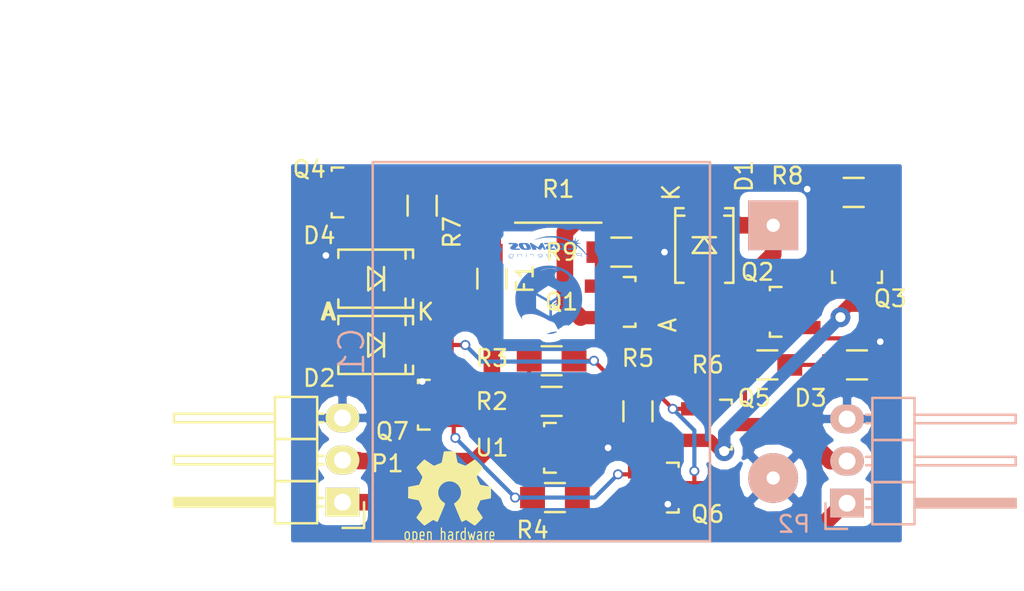
<source format=kicad_pcb>
(kicad_pcb (version 4) (host pcbnew 4.0.2-stable)

  (general
    (links 0)
    (no_connects 0)
    (area 93.800001 88.37 156.075001 123.82119)
    (thickness 1.6)
    (drawings 6)
    (tracks 149)
    (zones 0)
    (modules 27)
    (nets 20)
  )

  (page A4)
  (layers
    (0 F.Cu signal)
    (31 B.Cu signal)
    (32 B.Adhes user hide)
    (33 F.Adhes user hide)
    (34 B.Paste user hide)
    (35 F.Paste user hide)
    (36 B.SilkS user)
    (37 F.SilkS user)
    (38 B.Mask user hide)
    (39 F.Mask user hide)
    (40 Dwgs.User user)
    (41 Cmts.User user)
    (42 Eco1.User user)
    (43 Eco2.User user)
    (44 Edge.Cuts user)
    (45 Margin user)
    (46 B.CrtYd user)
    (47 F.CrtYd user)
    (48 B.Fab user)
    (49 F.Fab user)
  )

  (setup
    (last_trace_width 0.25)
    (trace_clearance 0.2)
    (zone_clearance 0.508)
    (zone_45_only yes)
    (trace_min 0.2)
    (segment_width 0.2)
    (edge_width 0.15)
    (via_size 0.6)
    (via_drill 0.4)
    (via_min_size 0.4)
    (via_min_drill 0.3)
    (uvia_size 0.3)
    (uvia_drill 0.1)
    (uvias_allowed no)
    (uvia_min_size 0.2)
    (uvia_min_drill 0.1)
    (pcb_text_width 0.3)
    (pcb_text_size 1.5 1.5)
    (mod_edge_width 0.15)
    (mod_text_size 1 1)
    (mod_text_width 0.15)
    (pad_size 1.524 1.524)
    (pad_drill 0.762)
    (pad_to_mask_clearance 0.2)
    (aux_axis_origin 0 0)
    (grid_origin 127 109.22)
    (visible_elements 7FFEEFFF)
    (pcbplotparams
      (layerselection 0x00000_80000000)
      (usegerberextensions false)
      (excludeedgelayer true)
      (linewidth 0.100000)
      (plotframeref false)
      (viasonmask false)
      (mode 1)
      (useauxorigin false)
      (hpglpennumber 1)
      (hpglpenspeed 20)
      (hpglpendiameter 15)
      (hpglpenoverlay 2)
      (psnegative false)
      (psa4output false)
      (plotreference true)
      (plotvalue false)
      (plotinvisibletext false)
      (padsonsilk false)
      (subtractmaskfromsilk true)
      (outputformat 1)
      (mirror false)
      (drillshape 0)
      (scaleselection 1)
      (outputdirectory Fab/))
  )

  (net 0 "")
  (net 1 GND)
  (net 2 "Net-(C1-Pad1)")
  (net 3 +5V)
  (net 4 +4V3)
  (net 5 "Net-(D2-Pad2)")
  (net 6 "Net-(D1-Pad2)")
  (net 7 "Net-(D2-Pad1)")
  (net 8 "Net-(D3-Pad2)")
  (net 9 "Net-(F1-Pad2)")
  (net 10 PWMin)
  (net 11 "Net-(Q1-Pad1)")
  (net 12 "Net-(Q1-Pad2)")
  (net 13 "Net-(Q2-Pad1)")
  (net 14 "Net-(Q2-Pad2)")
  (net 15 "Net-(Q4-Pad1)")
  (net 16 "Net-(Q5-Pad1)")
  (net 17 "Net-(Q6-Pad1)")
  (net 18 "Net-(R2-Pad1)")
  (net 19 "Net-(R4-Pad2)")

  (net_class Default "This is the default net class."
    (clearance 0.2)
    (trace_width 0.25)
    (via_dia 0.6)
    (via_drill 0.4)
    (uvia_dia 0.3)
    (uvia_drill 0.1)
    (add_net +4V3)
    (add_net +5V)
    (add_net GND)
    (add_net "Net-(C1-Pad1)")
    (add_net "Net-(D1-Pad2)")
    (add_net "Net-(D2-Pad1)")
    (add_net "Net-(D2-Pad2)")
    (add_net "Net-(D3-Pad2)")
    (add_net "Net-(F1-Pad2)")
    (add_net "Net-(Q1-Pad1)")
    (add_net "Net-(Q1-Pad2)")
    (add_net "Net-(Q2-Pad1)")
    (add_net "Net-(Q2-Pad2)")
    (add_net "Net-(Q4-Pad1)")
    (add_net "Net-(Q5-Pad1)")
    (add_net "Net-(Q6-Pad1)")
    (add_net "Net-(R2-Pad1)")
    (add_net "Net-(R4-Pad2)")
    (add_net PWMin)
  )

  (module SuperCap:CP5.5V1.5F (layer B.Cu) (tedit 57E0CD67) (tstamp 57E0CE50)
    (at 140.75 109.22 270)
    (descr "Condensateur polarise vertical")
    (tags CP)
    (path /57B8B35E)
    (fp_text reference C1 (at 0 25.4 270) (layer B.SilkS)
      (effects (font (size 1.5 1.5) (thickness 0.15)) (justify mirror))
    )
    (fp_text value "0.47F (Low ESR)" (at 0 7.62 270) (layer B.Fab)
      (effects (font (size 1 1) (thickness 0.15)) (justify mirror))
    )
    (fp_line (start -11.43 24.13) (end -11.43 3.81) (layer B.SilkS) (width 0.15))
    (fp_line (start 11.43 24.13) (end -11.43 24.13) (layer B.SilkS) (width 0.15))
    (fp_line (start 11.43 3.81) (end 11.43 24.13) (layer B.SilkS) (width 0.15))
    (fp_line (start -11.43 3.81) (end 11.43 3.81) (layer B.SilkS) (width 0.15))
    (pad 2 thru_hole circle (at 7.62 0 270) (size 3 3) (drill 0.8) (layers *.Cu *.Mask B.SilkS)
      (net 1 GND))
    (pad 1 thru_hole rect (at -7.62 0 270) (size 3 3) (drill 0.8) (layers *.Cu *.Mask B.SilkS)
      (net 2 "Net-(C1-Pad1)"))
    (model Discret.3dshapes/CP36V.wrl
      (at (xyz 0 0 0))
      (scale (xyz 1 1 1))
      (rotate (xyz 0 0 0))
    )
  )

  (module Diodes_SMD:SMA-SMB_Universal_Handsoldering (layer F.Cu) (tedit 552FF496) (tstamp 57E0CE56)
    (at 136.6 102.82 270)
    (descr "Diode, Universal, SMA, SMB, Handsoldering,")
    (tags "Diode Universal SMA SMB Handsoldering ")
    (path /57DF9663)
    (attr smd)
    (fp_text reference D1 (at -4.2 -2.4 270) (layer F.SilkS)
      (effects (font (size 1 1) (thickness 0.15)))
    )
    (fp_text value 1N5817 (at 0 3.81 270) (layer F.Fab)
      (effects (font (size 1 1) (thickness 0.15)))
    )
    (fp_line (start -0.49958 0) (end 0.45038 -0.70104) (layer F.SilkS) (width 0.15))
    (fp_line (start 0.45038 -0.70104) (end 0.45038 0.70104) (layer F.SilkS) (width 0.15))
    (fp_line (start 0.45038 0.70104) (end -0.49958 0) (layer F.SilkS) (width 0.15))
    (fp_line (start -0.49958 -0.70104) (end -0.49958 0.70104) (layer F.SilkS) (width 0.15))
    (fp_line (start -2.25044 1.39954) (end -2.25044 1.24968) (layer F.SilkS) (width 0.15))
    (fp_line (start -2.25044 -1.39954) (end -2.25044 -1.24968) (layer F.SilkS) (width 0.15))
    (fp_line (start -1.79914 1.39954) (end -1.79914 1.19888) (layer F.SilkS) (width 0.15))
    (fp_line (start 2.25044 1.34874) (end 2.25044 1.24968) (layer F.SilkS) (width 0.15))
    (fp_line (start -1.79914 -1.34874) (end -1.79914 -1.19888) (layer F.SilkS) (width 0.15))
    (fp_line (start 2.25044 -1.39954) (end 2.25044 -1.24968) (layer F.SilkS) (width 0.15))
    (fp_text user K (at -3.2 2 270) (layer F.SilkS)
      (effects (font (size 1 1) (thickness 0.15)))
    )
    (fp_text user A (at 4.8 2.2 270) (layer F.SilkS)
      (effects (font (size 1 1) (thickness 0.15)))
    )
    (fp_line (start -1.79914 1.75006) (end -1.79914 1.39954) (layer F.SilkS) (width 0.15))
    (fp_line (start -1.79914 -1.75006) (end -1.79914 -1.39954) (layer F.SilkS) (width 0.15))
    (fp_line (start 2.25044 1.75006) (end 2.25044 1.39954) (layer F.SilkS) (width 0.15))
    (fp_line (start -2.25044 1.75006) (end -2.25044 1.39954) (layer F.SilkS) (width 0.15))
    (fp_line (start -2.25044 -1.75006) (end -2.25044 -1.39954) (layer F.SilkS) (width 0.15))
    (fp_line (start 2.25044 -1.75006) (end 2.25044 -1.39954) (layer F.SilkS) (width 0.15))
    (fp_line (start -2.25044 1.75006) (end 2.25044 1.75006) (layer F.SilkS) (width 0.15))
    (fp_line (start -2.25044 -1.75006) (end 2.25044 -1.75006) (layer F.SilkS) (width 0.15))
    (pad 1 smd trapezoid (at -2.90068 0 270) (size 3.60172 1.69926) (rect_delta 0.59944 0 ) (layers F.Cu F.Paste F.Mask)
      (net 2 "Net-(C1-Pad1)"))
    (pad 2 smd trapezoid (at 2.90068 0 90) (size 3.60172 1.69926) (rect_delta 0.59944 0 ) (layers F.Cu F.Paste F.Mask)
      (net 6 "Net-(D1-Pad2)"))
    (model Diodes_SMD.3dshapes/SMA-SMB_Universal_Handsoldering.wrl
      (at (xyz 0 0 0))
      (scale (xyz 0.3937 0.3937 0.3937))
      (rotate (xyz 0 0 180))
    )
  )

  (module Diodes_SMD:SMA-SMB_Universal_Handsoldering (layer F.Cu) (tedit 552FF496) (tstamp 57E0CE5C)
    (at 116.8 108.82 180)
    (descr "Diode, Universal, SMA, SMB, Handsoldering,")
    (tags "Diode Universal SMA SMB Handsoldering ")
    (path /57DF98F9)
    (attr smd)
    (fp_text reference D2 (at 3.4 -2 180) (layer F.SilkS)
      (effects (font (size 1 1) (thickness 0.15)))
    )
    (fp_text value 1N5817 (at 0 3.81 180) (layer F.Fab)
      (effects (font (size 1 1) (thickness 0.15)))
    )
    (fp_line (start -0.49958 0) (end 0.45038 -0.70104) (layer F.SilkS) (width 0.15))
    (fp_line (start 0.45038 -0.70104) (end 0.45038 0.70104) (layer F.SilkS) (width 0.15))
    (fp_line (start 0.45038 0.70104) (end -0.49958 0) (layer F.SilkS) (width 0.15))
    (fp_line (start -0.49958 -0.70104) (end -0.49958 0.70104) (layer F.SilkS) (width 0.15))
    (fp_line (start -2.25044 1.39954) (end -2.25044 1.24968) (layer F.SilkS) (width 0.15))
    (fp_line (start -2.25044 -1.39954) (end -2.25044 -1.24968) (layer F.SilkS) (width 0.15))
    (fp_line (start -1.79914 1.39954) (end -1.79914 1.19888) (layer F.SilkS) (width 0.15))
    (fp_line (start 2.25044 1.34874) (end 2.25044 1.24968) (layer F.SilkS) (width 0.15))
    (fp_line (start -1.79914 -1.34874) (end -1.79914 -1.19888) (layer F.SilkS) (width 0.15))
    (fp_line (start 2.25044 -1.39954) (end 2.25044 -1.24968) (layer F.SilkS) (width 0.15))
    (fp_text user K (at -3 2 180) (layer F.SilkS)
      (effects (font (size 1 1) (thickness 0.15)))
    )
    (fp_text user A (at 2.9 2 180) (layer F.SilkS)
      (effects (font (size 1 1) (thickness 0.15)))
    )
    (fp_line (start -1.79914 1.75006) (end -1.79914 1.39954) (layer F.SilkS) (width 0.15))
    (fp_line (start -1.79914 -1.75006) (end -1.79914 -1.39954) (layer F.SilkS) (width 0.15))
    (fp_line (start 2.25044 1.75006) (end 2.25044 1.39954) (layer F.SilkS) (width 0.15))
    (fp_line (start -2.25044 1.75006) (end -2.25044 1.39954) (layer F.SilkS) (width 0.15))
    (fp_line (start -2.25044 -1.75006) (end -2.25044 -1.39954) (layer F.SilkS) (width 0.15))
    (fp_line (start 2.25044 -1.75006) (end 2.25044 -1.39954) (layer F.SilkS) (width 0.15))
    (fp_line (start -2.25044 1.75006) (end 2.25044 1.75006) (layer F.SilkS) (width 0.15))
    (fp_line (start -2.25044 -1.75006) (end 2.25044 -1.75006) (layer F.SilkS) (width 0.15))
    (pad 1 smd trapezoid (at -2.90068 0 180) (size 3.60172 1.69926) (rect_delta 0.59944 0 ) (layers F.Cu F.Paste F.Mask)
      (net 7 "Net-(D2-Pad1)"))
    (pad 2 smd trapezoid (at 2.90068 0) (size 3.60172 1.69926) (rect_delta 0.59944 0 ) (layers F.Cu F.Paste F.Mask)
      (net 5 "Net-(D2-Pad2)"))
    (model Diodes_SMD.3dshapes/SMA-SMB_Universal_Handsoldering.wrl
      (at (xyz 0 0 0))
      (scale (xyz 0.3937 0.3937 0.3937))
      (rotate (xyz 0 0 180))
    )
  )

  (module Resistors_SMD:R_0805_HandSoldering (layer F.Cu) (tedit 54189DEE) (tstamp 57E0CE62)
    (at 145.8 110.02 180)
    (descr "Resistor SMD 0805, hand soldering")
    (tags "resistor 0805")
    (path /57DF953B)
    (attr smd)
    (fp_text reference D3 (at 2.8 -2 180) (layer F.SilkS)
      (effects (font (size 1 1) (thickness 0.15)))
    )
    (fp_text value LED (at 0 2.1 180) (layer F.Fab)
      (effects (font (size 1 1) (thickness 0.15)))
    )
    (fp_line (start -2.4 -1) (end 2.4 -1) (layer F.CrtYd) (width 0.05))
    (fp_line (start -2.4 1) (end 2.4 1) (layer F.CrtYd) (width 0.05))
    (fp_line (start -2.4 -1) (end -2.4 1) (layer F.CrtYd) (width 0.05))
    (fp_line (start 2.4 -1) (end 2.4 1) (layer F.CrtYd) (width 0.05))
    (fp_line (start 0.6 0.875) (end -0.6 0.875) (layer F.SilkS) (width 0.15))
    (fp_line (start -0.6 -0.875) (end 0.6 -0.875) (layer F.SilkS) (width 0.15))
    (pad 1 smd rect (at -1.35 0 180) (size 1.5 1.3) (layers F.Cu F.Paste F.Mask)
      (net 1 GND))
    (pad 2 smd rect (at 1.35 0 180) (size 1.5 1.3) (layers F.Cu F.Paste F.Mask)
      (net 8 "Net-(D3-Pad2)"))
    (model Resistors_SMD.3dshapes/R_0805_HandSoldering.wrl
      (at (xyz 0 0 0))
      (scale (xyz 1 1 1))
      (rotate (xyz 0 0 0))
    )
  )

  (module Diodes_SMD:SMA-SMB_Universal_Handsoldering (layer F.Cu) (tedit 552FF496) (tstamp 57E0CE68)
    (at 116.8 104.82 180)
    (descr "Diode, Universal, SMA, SMB, Handsoldering,")
    (tags "Diode Universal SMA SMB Handsoldering ")
    (path /57E0F6AA)
    (attr smd)
    (fp_text reference D4 (at 3.4 2.6 180) (layer F.SilkS)
      (effects (font (size 1 1) (thickness 0.15)))
    )
    (fp_text value ZENER (at 0 3.81 180) (layer F.Fab)
      (effects (font (size 1 1) (thickness 0.15)))
    )
    (fp_line (start -0.49958 0) (end 0.45038 -0.70104) (layer F.SilkS) (width 0.15))
    (fp_line (start 0.45038 -0.70104) (end 0.45038 0.70104) (layer F.SilkS) (width 0.15))
    (fp_line (start 0.45038 0.70104) (end -0.49958 0) (layer F.SilkS) (width 0.15))
    (fp_line (start -0.49958 -0.70104) (end -0.49958 0.70104) (layer F.SilkS) (width 0.15))
    (fp_line (start -2.25044 1.39954) (end -2.25044 1.24968) (layer F.SilkS) (width 0.15))
    (fp_line (start -2.25044 -1.39954) (end -2.25044 -1.24968) (layer F.SilkS) (width 0.15))
    (fp_line (start -1.79914 1.39954) (end -1.79914 1.19888) (layer F.SilkS) (width 0.15))
    (fp_line (start 2.25044 1.34874) (end 2.25044 1.24968) (layer F.SilkS) (width 0.15))
    (fp_line (start -1.79914 -1.34874) (end -1.79914 -1.19888) (layer F.SilkS) (width 0.15))
    (fp_line (start 2.25044 -1.39954) (end 2.25044 -1.24968) (layer F.SilkS) (width 0.15))
    (fp_text user K (at -3 -2 180) (layer F.SilkS)
      (effects (font (size 1 1) (thickness 0.15)))
    )
    (fp_text user A (at 2.8 -2 180) (layer F.SilkS)
      (effects (font (size 1 1) (thickness 0.15)))
    )
    (fp_line (start -1.79914 1.75006) (end -1.79914 1.39954) (layer F.SilkS) (width 0.15))
    (fp_line (start -1.79914 -1.75006) (end -1.79914 -1.39954) (layer F.SilkS) (width 0.15))
    (fp_line (start 2.25044 1.75006) (end 2.25044 1.39954) (layer F.SilkS) (width 0.15))
    (fp_line (start -2.25044 1.75006) (end -2.25044 1.39954) (layer F.SilkS) (width 0.15))
    (fp_line (start -2.25044 -1.75006) (end -2.25044 -1.39954) (layer F.SilkS) (width 0.15))
    (fp_line (start 2.25044 -1.75006) (end 2.25044 -1.39954) (layer F.SilkS) (width 0.15))
    (fp_line (start -2.25044 1.75006) (end 2.25044 1.75006) (layer F.SilkS) (width 0.15))
    (fp_line (start -2.25044 -1.75006) (end 2.25044 -1.75006) (layer F.SilkS) (width 0.15))
    (pad 1 smd trapezoid (at -2.90068 0 180) (size 3.60172 1.69926) (rect_delta 0.59944 0 ) (layers F.Cu F.Paste F.Mask)
      (net 3 +5V))
    (pad 2 smd trapezoid (at 2.90068 0) (size 3.60172 1.69926) (rect_delta 0.59944 0 ) (layers F.Cu F.Paste F.Mask)
      (net 1 GND))
    (model Diodes_SMD.3dshapes/SMA-SMB_Universal_Handsoldering.wrl
      (at (xyz 0 0 0))
      (scale (xyz 0.3937 0.3937 0.3937))
      (rotate (xyz 0 0 180))
    )
  )

  (module Resistors_SMD:R_0805_HandSoldering (layer F.Cu) (tedit 54189DEE) (tstamp 57E0CE6E)
    (at 123.8 104.82 270)
    (descr "Resistor SMD 0805, hand soldering")
    (tags "resistor 0805")
    (path /57E0F407)
    (attr smd)
    (fp_text reference F1 (at 0 -2 270) (layer F.SilkS)
      (effects (font (size 1 1) (thickness 0.15)))
    )
    (fp_text value FUSE (at 0 2.1 270) (layer F.Fab)
      (effects (font (size 1 1) (thickness 0.15)))
    )
    (fp_line (start -2.4 -1) (end 2.4 -1) (layer F.CrtYd) (width 0.05))
    (fp_line (start -2.4 1) (end 2.4 1) (layer F.CrtYd) (width 0.05))
    (fp_line (start -2.4 -1) (end -2.4 1) (layer F.CrtYd) (width 0.05))
    (fp_line (start 2.4 -1) (end 2.4 1) (layer F.CrtYd) (width 0.05))
    (fp_line (start 0.6 0.875) (end -0.6 0.875) (layer F.SilkS) (width 0.15))
    (fp_line (start -0.6 -0.875) (end 0.6 -0.875) (layer F.SilkS) (width 0.15))
    (pad 1 smd rect (at -1.35 0 270) (size 1.5 1.3) (layers F.Cu F.Paste F.Mask)
      (net 3 +5V))
    (pad 2 smd rect (at 1.35 0 270) (size 1.5 1.3) (layers F.Cu F.Paste F.Mask)
      (net 9 "Net-(F1-Pad2)"))
    (model Resistors_SMD.3dshapes/R_0805_HandSoldering.wrl
      (at (xyz 0 0 0))
      (scale (xyz 1 1 1))
      (rotate (xyz 0 0 0))
    )
  )

  (module Pin_Headers:Pin_Header_Angled_1x03 (layer F.Cu) (tedit 57E0D660) (tstamp 57E0CE75)
    (at 114.8 118.3 180)
    (descr "Through hole pin header")
    (tags "pin header")
    (path /57C9201F)
    (fp_text reference P1 (at -2.7 2.33 180) (layer F.SilkS)
      (effects (font (size 1 1) (thickness 0.15)))
    )
    (fp_text value CONN_01X03 (at 0 -3.1 180) (layer F.Fab)
      (effects (font (size 1 1) (thickness 0.15)))
    )
    (fp_line (start -1.5 -1.75) (end -1.5 6.85) (layer F.CrtYd) (width 0.05))
    (fp_line (start 10.65 -1.75) (end 10.65 6.85) (layer F.CrtYd) (width 0.05))
    (fp_line (start -1.5 -1.75) (end 10.65 -1.75) (layer F.CrtYd) (width 0.05))
    (fp_line (start -1.5 6.85) (end 10.65 6.85) (layer F.CrtYd) (width 0.05))
    (fp_line (start -1.3 -1.55) (end -1.3 0) (layer F.SilkS) (width 0.15))
    (fp_line (start 0 -1.55) (end -1.3 -1.55) (layer F.SilkS) (width 0.15))
    (fp_line (start 4.191 -0.127) (end 10.033 -0.127) (layer F.SilkS) (width 0.15))
    (fp_line (start 10.033 -0.127) (end 10.033 0.127) (layer F.SilkS) (width 0.15))
    (fp_line (start 10.033 0.127) (end 4.191 0.127) (layer F.SilkS) (width 0.15))
    (fp_line (start 4.191 0.127) (end 4.191 0) (layer F.SilkS) (width 0.15))
    (fp_line (start 4.191 0) (end 10.033 0) (layer F.SilkS) (width 0.15))
    (fp_line (start 1.524 -0.254) (end 1.143 -0.254) (layer F.SilkS) (width 0.15))
    (fp_line (start 1.524 0.254) (end 1.143 0.254) (layer F.SilkS) (width 0.15))
    (fp_line (start 1.524 2.286) (end 1.143 2.286) (layer F.SilkS) (width 0.15))
    (fp_line (start 1.524 2.794) (end 1.143 2.794) (layer F.SilkS) (width 0.15))
    (fp_line (start 1.524 4.826) (end 1.143 4.826) (layer F.SilkS) (width 0.15))
    (fp_line (start 1.524 5.334) (end 1.143 5.334) (layer F.SilkS) (width 0.15))
    (fp_line (start 4.064 1.27) (end 4.064 -1.27) (layer F.SilkS) (width 0.15))
    (fp_line (start 10.16 0.254) (end 4.064 0.254) (layer F.SilkS) (width 0.15))
    (fp_line (start 10.16 -0.254) (end 10.16 0.254) (layer F.SilkS) (width 0.15))
    (fp_line (start 4.064 -0.254) (end 10.16 -0.254) (layer F.SilkS) (width 0.15))
    (fp_line (start 1.524 1.27) (end 4.064 1.27) (layer F.SilkS) (width 0.15))
    (fp_line (start 1.524 -1.27) (end 1.524 1.27) (layer F.SilkS) (width 0.15))
    (fp_line (start 1.524 -1.27) (end 4.064 -1.27) (layer F.SilkS) (width 0.15))
    (fp_line (start 1.524 3.81) (end 4.064 3.81) (layer F.SilkS) (width 0.15))
    (fp_line (start 1.524 3.81) (end 1.524 6.35) (layer F.SilkS) (width 0.15))
    (fp_line (start 4.064 4.826) (end 10.16 4.826) (layer F.SilkS) (width 0.15))
    (fp_line (start 10.16 4.826) (end 10.16 5.334) (layer F.SilkS) (width 0.15))
    (fp_line (start 10.16 5.334) (end 4.064 5.334) (layer F.SilkS) (width 0.15))
    (fp_line (start 4.064 6.35) (end 4.064 3.81) (layer F.SilkS) (width 0.15))
    (fp_line (start 4.064 3.81) (end 4.064 1.27) (layer F.SilkS) (width 0.15))
    (fp_line (start 10.16 2.794) (end 4.064 2.794) (layer F.SilkS) (width 0.15))
    (fp_line (start 10.16 2.286) (end 10.16 2.794) (layer F.SilkS) (width 0.15))
    (fp_line (start 4.064 2.286) (end 10.16 2.286) (layer F.SilkS) (width 0.15))
    (fp_line (start 1.524 3.81) (end 4.064 3.81) (layer F.SilkS) (width 0.15))
    (fp_line (start 1.524 1.27) (end 1.524 3.81) (layer F.SilkS) (width 0.15))
    (fp_line (start 1.524 1.27) (end 4.064 1.27) (layer F.SilkS) (width 0.15))
    (fp_line (start 1.524 6.35) (end 4.064 6.35) (layer F.SilkS) (width 0.15))
    (pad 1 thru_hole rect (at 0 0 180) (size 2.032 1.7272) (drill 1.016) (layers *.Cu *.Mask F.SilkS)
      (net 10 PWMin))
    (pad 2 thru_hole oval (at 0 2.54 180) (size 2.032 1.7272) (drill 1.016) (layers *.Cu *.Mask F.SilkS)
      (net 9 "Net-(F1-Pad2)"))
    (pad 3 thru_hole oval (at 0 5.08 180) (size 2.032 1.7272) (drill 1.016) (layers *.Cu *.Mask F.SilkS)
      (net 1 GND))
    (model Pin_Headers.3dshapes/Pin_Header_Angled_1x03.wrl
      (at (xyz 0 -0.1 0))
      (scale (xyz 1 1 1))
      (rotate (xyz 0 0 90))
    )
  )

  (module Pin_Headers:Pin_Header_Angled_1x03 (layer B.Cu) (tedit 0) (tstamp 57E0CE7C)
    (at 145.2 118.36)
    (descr "Through hole pin header")
    (tags "pin header")
    (path /57C9248A)
    (fp_text reference P2 (at -3.2 1.26) (layer B.SilkS)
      (effects (font (size 1 1) (thickness 0.15)) (justify mirror))
    )
    (fp_text value CONN_01X03 (at 0 3.1) (layer B.Fab)
      (effects (font (size 1 1) (thickness 0.15)) (justify mirror))
    )
    (fp_line (start -1.5 1.75) (end -1.5 -6.85) (layer B.CrtYd) (width 0.05))
    (fp_line (start 10.65 1.75) (end 10.65 -6.85) (layer B.CrtYd) (width 0.05))
    (fp_line (start -1.5 1.75) (end 10.65 1.75) (layer B.CrtYd) (width 0.05))
    (fp_line (start -1.5 -6.85) (end 10.65 -6.85) (layer B.CrtYd) (width 0.05))
    (fp_line (start -1.3 1.55) (end -1.3 0) (layer B.SilkS) (width 0.15))
    (fp_line (start 0 1.55) (end -1.3 1.55) (layer B.SilkS) (width 0.15))
    (fp_line (start 4.191 0.127) (end 10.033 0.127) (layer B.SilkS) (width 0.15))
    (fp_line (start 10.033 0.127) (end 10.033 -0.127) (layer B.SilkS) (width 0.15))
    (fp_line (start 10.033 -0.127) (end 4.191 -0.127) (layer B.SilkS) (width 0.15))
    (fp_line (start 4.191 -0.127) (end 4.191 0) (layer B.SilkS) (width 0.15))
    (fp_line (start 4.191 0) (end 10.033 0) (layer B.SilkS) (width 0.15))
    (fp_line (start 1.524 0.254) (end 1.143 0.254) (layer B.SilkS) (width 0.15))
    (fp_line (start 1.524 -0.254) (end 1.143 -0.254) (layer B.SilkS) (width 0.15))
    (fp_line (start 1.524 -2.286) (end 1.143 -2.286) (layer B.SilkS) (width 0.15))
    (fp_line (start 1.524 -2.794) (end 1.143 -2.794) (layer B.SilkS) (width 0.15))
    (fp_line (start 1.524 -4.826) (end 1.143 -4.826) (layer B.SilkS) (width 0.15))
    (fp_line (start 1.524 -5.334) (end 1.143 -5.334) (layer B.SilkS) (width 0.15))
    (fp_line (start 4.064 -1.27) (end 4.064 1.27) (layer B.SilkS) (width 0.15))
    (fp_line (start 10.16 -0.254) (end 4.064 -0.254) (layer B.SilkS) (width 0.15))
    (fp_line (start 10.16 0.254) (end 10.16 -0.254) (layer B.SilkS) (width 0.15))
    (fp_line (start 4.064 0.254) (end 10.16 0.254) (layer B.SilkS) (width 0.15))
    (fp_line (start 1.524 -1.27) (end 4.064 -1.27) (layer B.SilkS) (width 0.15))
    (fp_line (start 1.524 1.27) (end 1.524 -1.27) (layer B.SilkS) (width 0.15))
    (fp_line (start 1.524 1.27) (end 4.064 1.27) (layer B.SilkS) (width 0.15))
    (fp_line (start 1.524 -3.81) (end 4.064 -3.81) (layer B.SilkS) (width 0.15))
    (fp_line (start 1.524 -3.81) (end 1.524 -6.35) (layer B.SilkS) (width 0.15))
    (fp_line (start 4.064 -4.826) (end 10.16 -4.826) (layer B.SilkS) (width 0.15))
    (fp_line (start 10.16 -4.826) (end 10.16 -5.334) (layer B.SilkS) (width 0.15))
    (fp_line (start 10.16 -5.334) (end 4.064 -5.334) (layer B.SilkS) (width 0.15))
    (fp_line (start 4.064 -6.35) (end 4.064 -3.81) (layer B.SilkS) (width 0.15))
    (fp_line (start 4.064 -3.81) (end 4.064 -1.27) (layer B.SilkS) (width 0.15))
    (fp_line (start 10.16 -2.794) (end 4.064 -2.794) (layer B.SilkS) (width 0.15))
    (fp_line (start 10.16 -2.286) (end 10.16 -2.794) (layer B.SilkS) (width 0.15))
    (fp_line (start 4.064 -2.286) (end 10.16 -2.286) (layer B.SilkS) (width 0.15))
    (fp_line (start 1.524 -3.81) (end 4.064 -3.81) (layer B.SilkS) (width 0.15))
    (fp_line (start 1.524 -1.27) (end 1.524 -3.81) (layer B.SilkS) (width 0.15))
    (fp_line (start 1.524 -1.27) (end 4.064 -1.27) (layer B.SilkS) (width 0.15))
    (fp_line (start 1.524 -6.35) (end 4.064 -6.35) (layer B.SilkS) (width 0.15))
    (pad 1 thru_hole rect (at 0 0) (size 2.032 1.7272) (drill 1.016) (layers *.Cu *.Mask B.SilkS)
      (net 10 PWMin))
    (pad 2 thru_hole oval (at 0 -2.54) (size 2.032 1.7272) (drill 1.016) (layers *.Cu *.Mask B.SilkS)
      (net 4 +4V3))
    (pad 3 thru_hole oval (at 0 -5.08) (size 2.032 1.7272) (drill 1.016) (layers *.Cu *.Mask B.SilkS)
      (net 1 GND))
    (model Pin_Headers.3dshapes/Pin_Header_Angled_1x03.wrl
      (at (xyz 0 -0.1 0))
      (scale (xyz 1 1 1))
      (rotate (xyz 0 0 90))
    )
  )

  (module TO_SOT_Packages_SMD:SOT-23_Handsoldering (layer F.Cu) (tedit 54E9291B) (tstamp 57E0CE83)
    (at 131.8 106.22 270)
    (descr "SOT-23, Handsoldering")
    (tags SOT-23)
    (path /57B8B13D)
    (attr smd)
    (fp_text reference Q1 (at 0 3.8 360) (layer F.SilkS)
      (effects (font (size 1 1) (thickness 0.15)))
    )
    (fp_text value Si2301 (at 6.2 4.75 270) (layer F.Fab)
      (effects (font (size 1 1) (thickness 0.15)))
    )
    (fp_line (start -1.49982 0.0508) (end -1.49982 -0.65024) (layer F.SilkS) (width 0.15))
    (fp_line (start -1.49982 -0.65024) (end -1.2509 -0.65024) (layer F.SilkS) (width 0.15))
    (fp_line (start 1.29916 -0.65024) (end 1.49982 -0.65024) (layer F.SilkS) (width 0.15))
    (fp_line (start 1.49982 -0.65024) (end 1.49982 0.0508) (layer F.SilkS) (width 0.15))
    (pad 1 smd rect (at -0.95 1.50114 270) (size 0.8001 1.80086) (layers F.Cu F.Paste F.Mask)
      (net 11 "Net-(Q1-Pad1)"))
    (pad 2 smd rect (at 0.95 1.50114 270) (size 0.8001 1.80086) (layers F.Cu F.Paste F.Mask)
      (net 12 "Net-(Q1-Pad2)"))
    (pad 3 smd rect (at 0 -1.50114 270) (size 0.8001 1.80086) (layers F.Cu F.Paste F.Mask)
      (net 6 "Net-(D1-Pad2)"))
    (model TO_SOT_Packages_SMD.3dshapes/SOT-23_Handsoldering.wrl
      (at (xyz 0 0 0))
      (scale (xyz 1 1 1))
      (rotate (xyz 0 0 0))
    )
  )

  (module TO_SOT_Packages_SMD:SOT-23_Handsoldering (layer F.Cu) (tedit 54E9291B) (tstamp 57E0CE8A)
    (at 141.2 106.82 90)
    (descr "SOT-23, Handsoldering")
    (tags SOT-23)
    (path /57B8E364)
    (attr smd)
    (fp_text reference Q2 (at 2.4 -1.4 180) (layer F.SilkS)
      (effects (font (size 1 1) (thickness 0.15)))
    )
    (fp_text value Si2301 (at 0 3.81 90) (layer F.Fab)
      (effects (font (size 1 1) (thickness 0.15)))
    )
    (fp_line (start -1.49982 0.0508) (end -1.49982 -0.65024) (layer F.SilkS) (width 0.15))
    (fp_line (start -1.49982 -0.65024) (end -1.2509 -0.65024) (layer F.SilkS) (width 0.15))
    (fp_line (start 1.29916 -0.65024) (end 1.49982 -0.65024) (layer F.SilkS) (width 0.15))
    (fp_line (start 1.49982 -0.65024) (end 1.49982 0.0508) (layer F.SilkS) (width 0.15))
    (pad 1 smd rect (at -0.95 1.50114 90) (size 0.8001 1.80086) (layers F.Cu F.Paste F.Mask)
      (net 13 "Net-(Q2-Pad1)"))
    (pad 2 smd rect (at 0.95 1.50114 90) (size 0.8001 1.80086) (layers F.Cu F.Paste F.Mask)
      (net 14 "Net-(Q2-Pad2)"))
    (pad 3 smd rect (at 0 -1.50114 90) (size 0.8001 1.80086) (layers F.Cu F.Paste F.Mask)
      (net 2 "Net-(C1-Pad1)"))
    (model TO_SOT_Packages_SMD.3dshapes/SOT-23_Handsoldering.wrl
      (at (xyz 0 0 0))
      (scale (xyz 1 1 1))
      (rotate (xyz 0 0 0))
    )
  )

  (module TO_SOT_Packages_SMD:SOT-23_Handsoldering (layer F.Cu) (tedit 54E9291B) (tstamp 57E0CE91)
    (at 145.8 104.42 180)
    (descr "SOT-23, Handsoldering")
    (tags SOT-23)
    (path /57DF71A5)
    (attr smd)
    (fp_text reference Q3 (at -2 -1.6 360) (layer F.SilkS)
      (effects (font (size 1 1) (thickness 0.15)))
    )
    (fp_text value Si2301 (at -4.75 1 180) (layer F.Fab)
      (effects (font (size 1 1) (thickness 0.15)))
    )
    (fp_line (start -1.49982 0.0508) (end -1.49982 -0.65024) (layer F.SilkS) (width 0.15))
    (fp_line (start -1.49982 -0.65024) (end -1.2509 -0.65024) (layer F.SilkS) (width 0.15))
    (fp_line (start 1.29916 -0.65024) (end 1.49982 -0.65024) (layer F.SilkS) (width 0.15))
    (fp_line (start 1.49982 -0.65024) (end 1.49982 0.0508) (layer F.SilkS) (width 0.15))
    (pad 1 smd rect (at -0.95 1.50114 180) (size 0.8001 1.80086) (layers F.Cu F.Paste F.Mask)
      (net 13 "Net-(Q2-Pad1)"))
    (pad 2 smd rect (at 0.95 1.50114 180) (size 0.8001 1.80086) (layers F.Cu F.Paste F.Mask)
      (net 14 "Net-(Q2-Pad2)"))
    (pad 3 smd rect (at 0 -1.50114 180) (size 0.8001 1.80086) (layers F.Cu F.Paste F.Mask)
      (net 7 "Net-(D2-Pad1)"))
    (model TO_SOT_Packages_SMD.3dshapes/SOT-23_Handsoldering.wrl
      (at (xyz 0 0 0))
      (scale (xyz 1 1 1))
      (rotate (xyz 0 0 0))
    )
  )

  (module TO_SOT_Packages_SMD:SOT-23_Handsoldering (layer F.Cu) (tedit 54E9291B) (tstamp 57E0CE98)
    (at 114.8 99.62 90)
    (descr "SOT-23, Handsoldering")
    (tags SOT-23)
    (path /57DF8322)
    (attr smd)
    (fp_text reference Q4 (at 1.4 -2 180) (layer F.SilkS)
      (effects (font (size 1 1) (thickness 0.15)))
    )
    (fp_text value Si2301 (at 0 3.81 90) (layer F.Fab)
      (effects (font (size 1 1) (thickness 0.15)))
    )
    (fp_line (start -1.49982 0.0508) (end -1.49982 -0.65024) (layer F.SilkS) (width 0.15))
    (fp_line (start -1.49982 -0.65024) (end -1.2509 -0.65024) (layer F.SilkS) (width 0.15))
    (fp_line (start 1.29916 -0.65024) (end 1.49982 -0.65024) (layer F.SilkS) (width 0.15))
    (fp_line (start 1.49982 -0.65024) (end 1.49982 0.0508) (layer F.SilkS) (width 0.15))
    (pad 1 smd rect (at -0.95 1.50114 90) (size 0.8001 1.80086) (layers F.Cu F.Paste F.Mask)
      (net 15 "Net-(Q4-Pad1)"))
    (pad 2 smd rect (at 0.95 1.50114 90) (size 0.8001 1.80086) (layers F.Cu F.Paste F.Mask)
      (net 3 +5V))
    (pad 3 smd rect (at 0 -1.50114 90) (size 0.8001 1.80086) (layers F.Cu F.Paste F.Mask)
      (net 5 "Net-(D2-Pad2)"))
    (model TO_SOT_Packages_SMD.3dshapes/SOT-23_Handsoldering.wrl
      (at (xyz 0 0 0))
      (scale (xyz 1 1 1))
      (rotate (xyz 0 0 0))
    )
  )

  (module TO_SOT_Packages_SMD:SOT-23_Handsoldering (layer F.Cu) (tedit 54E9291B) (tstamp 57E0CE9F)
    (at 137.6 113.62 270)
    (descr "SOT-23, Handsoldering")
    (tags SOT-23)
    (path /57DF9A49)
    (attr smd)
    (fp_text reference Q5 (at -1.6 -2 540) (layer F.SilkS)
      (effects (font (size 1 1) (thickness 0.15)))
    )
    (fp_text value Si2301 (at 0 3.81 270) (layer F.Fab)
      (effects (font (size 1 1) (thickness 0.15)))
    )
    (fp_line (start -1.49982 0.0508) (end -1.49982 -0.65024) (layer F.SilkS) (width 0.15))
    (fp_line (start -1.49982 -0.65024) (end -1.2509 -0.65024) (layer F.SilkS) (width 0.15))
    (fp_line (start 1.29916 -0.65024) (end 1.49982 -0.65024) (layer F.SilkS) (width 0.15))
    (fp_line (start 1.49982 -0.65024) (end 1.49982 0.0508) (layer F.SilkS) (width 0.15))
    (pad 1 smd rect (at -0.95 1.50114 270) (size 0.8001 1.80086) (layers F.Cu F.Paste F.Mask)
      (net 16 "Net-(Q5-Pad1)"))
    (pad 2 smd rect (at 0.95 1.50114 270) (size 0.8001 1.80086) (layers F.Cu F.Paste F.Mask)
      (net 7 "Net-(D2-Pad1)"))
    (pad 3 smd rect (at 0 -1.50114 270) (size 0.8001 1.80086) (layers F.Cu F.Paste F.Mask)
      (net 4 +4V3))
    (model TO_SOT_Packages_SMD.3dshapes/SOT-23_Handsoldering.wrl
      (at (xyz 0 0 0))
      (scale (xyz 1 1 1))
      (rotate (xyz 0 0 0))
    )
  )

  (module TO_SOT_Packages_SMD:SOT-23_Handsoldering (layer F.Cu) (tedit 54E9291B) (tstamp 57E0CEA6)
    (at 134.4 117.42 270)
    (descr "SOT-23, Handsoldering")
    (tags SOT-23)
    (path /57DFE009)
    (attr smd)
    (fp_text reference Q6 (at 1.6 -2.4 360) (layer F.SilkS)
      (effects (font (size 1 1) (thickness 0.15)))
    )
    (fp_text value PZT2222A (at 0 3.81 270) (layer F.Fab)
      (effects (font (size 1 1) (thickness 0.15)))
    )
    (fp_line (start -1.49982 0.0508) (end -1.49982 -0.65024) (layer F.SilkS) (width 0.15))
    (fp_line (start -1.49982 -0.65024) (end -1.2509 -0.65024) (layer F.SilkS) (width 0.15))
    (fp_line (start 1.29916 -0.65024) (end 1.49982 -0.65024) (layer F.SilkS) (width 0.15))
    (fp_line (start 1.49982 -0.65024) (end 1.49982 0.0508) (layer F.SilkS) (width 0.15))
    (pad 1 smd rect (at -0.95 1.50114 270) (size 0.8001 1.80086) (layers F.Cu F.Paste F.Mask)
      (net 17 "Net-(Q6-Pad1)"))
    (pad 2 smd rect (at 0.95 1.50114 270) (size 0.8001 1.80086) (layers F.Cu F.Paste F.Mask)
      (net 1 GND))
    (pad 3 smd rect (at 0 -1.50114 270) (size 0.8001 1.80086) (layers F.Cu F.Paste F.Mask)
      (net 16 "Net-(Q5-Pad1)"))
    (model TO_SOT_Packages_SMD.3dshapes/SOT-23_Handsoldering.wrl
      (at (xyz 0 0 0))
      (scale (xyz 1 1 1))
      (rotate (xyz 0 0 0))
    )
  )

  (module TO_SOT_Packages_SMD:SOT-23_Handsoldering (layer F.Cu) (tedit 54E9291B) (tstamp 57E0CEAD)
    (at 120 112.42 90)
    (descr "SOT-23, Handsoldering")
    (tags SOT-23)
    (path /57E0B58C)
    (attr smd)
    (fp_text reference Q7 (at -1.6 -2.2 180) (layer F.SilkS)
      (effects (font (size 1 1) (thickness 0.15)))
    )
    (fp_text value PZT2222A (at 0 3.81 90) (layer F.Fab)
      (effects (font (size 1 1) (thickness 0.15)))
    )
    (fp_line (start -1.49982 0.0508) (end -1.49982 -0.65024) (layer F.SilkS) (width 0.15))
    (fp_line (start -1.49982 -0.65024) (end -1.2509 -0.65024) (layer F.SilkS) (width 0.15))
    (fp_line (start 1.29916 -0.65024) (end 1.49982 -0.65024) (layer F.SilkS) (width 0.15))
    (fp_line (start 1.49982 -0.65024) (end 1.49982 0.0508) (layer F.SilkS) (width 0.15))
    (pad 1 smd rect (at -0.95 1.50114 90) (size 0.8001 1.80086) (layers F.Cu F.Paste F.Mask)
      (net 17 "Net-(Q6-Pad1)"))
    (pad 2 smd rect (at 0.95 1.50114 90) (size 0.8001 1.80086) (layers F.Cu F.Paste F.Mask)
      (net 1 GND))
    (pad 3 smd rect (at 0 -1.50114 90) (size 0.8001 1.80086) (layers F.Cu F.Paste F.Mask)
      (net 15 "Net-(Q4-Pad1)"))
    (model TO_SOT_Packages_SMD.3dshapes/SOT-23_Handsoldering.wrl
      (at (xyz 0 0 0))
      (scale (xyz 1 1 1))
      (rotate (xyz 0 0 0))
    )
  )

  (module Resistors_SMD:R_0805_HandSoldering (layer F.Cu) (tedit 54189DEE) (tstamp 57E0CEB9)
    (at 127.4 112.22)
    (descr "Resistor SMD 0805, hand soldering")
    (tags "resistor 0805")
    (path /57DFBB2C)
    (attr smd)
    (fp_text reference R2 (at -3.6 0 180) (layer F.SilkS)
      (effects (font (size 1 1) (thickness 0.15)))
    )
    (fp_text value OPEN (at 0 2.1) (layer F.Fab)
      (effects (font (size 1 1) (thickness 0.15)))
    )
    (fp_line (start -2.4 -1) (end 2.4 -1) (layer F.CrtYd) (width 0.05))
    (fp_line (start -2.4 1) (end 2.4 1) (layer F.CrtYd) (width 0.05))
    (fp_line (start -2.4 -1) (end -2.4 1) (layer F.CrtYd) (width 0.05))
    (fp_line (start 2.4 -1) (end 2.4 1) (layer F.CrtYd) (width 0.05))
    (fp_line (start 0.6 0.875) (end -0.6 0.875) (layer F.SilkS) (width 0.15))
    (fp_line (start -0.6 -0.875) (end 0.6 -0.875) (layer F.SilkS) (width 0.15))
    (pad 1 smd rect (at -1.35 0) (size 1.5 1.3) (layers F.Cu F.Paste F.Mask)
      (net 18 "Net-(R2-Pad1)"))
    (pad 2 smd rect (at 1.35 0) (size 1.5 1.3) (layers F.Cu F.Paste F.Mask)
      (net 1 GND))
    (model Resistors_SMD.3dshapes/R_0805_HandSoldering.wrl
      (at (xyz 0 0 0))
      (scale (xyz 1 1 1))
      (rotate (xyz 0 0 0))
    )
  )

  (module Resistors_SMD:R_0805_HandSoldering (layer F.Cu) (tedit 54189DEE) (tstamp 57E0CEBF)
    (at 127.4 109.77 180)
    (descr "Resistor SMD 0805, hand soldering")
    (tags "resistor 0805")
    (path /57DFBD06)
    (attr smd)
    (fp_text reference R3 (at 3.6 0.15 180) (layer F.SilkS)
      (effects (font (size 1 1) (thickness 0.15)))
    )
    (fp_text value "0 Ohm" (at 0.25 1.75 180) (layer F.Fab)
      (effects (font (size 1 1) (thickness 0.15)))
    )
    (fp_line (start -2.4 -1) (end 2.4 -1) (layer F.CrtYd) (width 0.05))
    (fp_line (start -2.4 1) (end 2.4 1) (layer F.CrtYd) (width 0.05))
    (fp_line (start -2.4 -1) (end -2.4 1) (layer F.CrtYd) (width 0.05))
    (fp_line (start 2.4 -1) (end 2.4 1) (layer F.CrtYd) (width 0.05))
    (fp_line (start 0.6 0.875) (end -0.6 0.875) (layer F.SilkS) (width 0.15))
    (fp_line (start -0.6 -0.875) (end 0.6 -0.875) (layer F.SilkS) (width 0.15))
    (pad 1 smd rect (at -1.35 0 180) (size 1.5 1.3) (layers F.Cu F.Paste F.Mask)
      (net 7 "Net-(D2-Pad1)"))
    (pad 2 smd rect (at 1.35 0 180) (size 1.5 1.3) (layers F.Cu F.Paste F.Mask)
      (net 18 "Net-(R2-Pad1)"))
    (model Resistors_SMD.3dshapes/R_0805_HandSoldering.wrl
      (at (xyz 0 0 0))
      (scale (xyz 1 1 1))
      (rotate (xyz 0 0 0))
    )
  )

  (module Resistors_SMD:R_0805_HandSoldering (layer F.Cu) (tedit 54189DEE) (tstamp 57E0CEC5)
    (at 127.6 118.02)
    (descr "Resistor SMD 0805, hand soldering")
    (tags "resistor 0805")
    (path /57DF94D6)
    (attr smd)
    (fp_text reference R4 (at -1.35 1.95) (layer F.SilkS)
      (effects (font (size 1 1) (thickness 0.15)))
    )
    (fp_text value "1K Ohm" (at 5.9 0.75) (layer F.Fab)
      (effects (font (size 1 1) (thickness 0.15)))
    )
    (fp_line (start -2.4 -1) (end 2.4 -1) (layer F.CrtYd) (width 0.05))
    (fp_line (start -2.4 1) (end 2.4 1) (layer F.CrtYd) (width 0.05))
    (fp_line (start -2.4 -1) (end -2.4 1) (layer F.CrtYd) (width 0.05))
    (fp_line (start 2.4 -1) (end 2.4 1) (layer F.CrtYd) (width 0.05))
    (fp_line (start 0.6 0.875) (end -0.6 0.875) (layer F.SilkS) (width 0.15))
    (fp_line (start -0.6 -0.875) (end 0.6 -0.875) (layer F.SilkS) (width 0.15))
    (pad 1 smd rect (at -1.35 0) (size 1.5 1.3) (layers F.Cu F.Paste F.Mask)
      (net 17 "Net-(Q6-Pad1)"))
    (pad 2 smd rect (at 1.35 0) (size 1.5 1.3) (layers F.Cu F.Paste F.Mask)
      (net 19 "Net-(R4-Pad2)"))
    (model Resistors_SMD.3dshapes/R_0805_HandSoldering.wrl
      (at (xyz 0 0 0))
      (scale (xyz 1 1 1))
      (rotate (xyz 0 0 0))
    )
  )

  (module Resistors_SMD:R_0805_HandSoldering (layer F.Cu) (tedit 54189DEE) (tstamp 57E0CECB)
    (at 132.6 112.82 90)
    (descr "Resistor SMD 0805, hand soldering")
    (tags "resistor 0805")
    (path /57DF9B5A)
    (attr smd)
    (fp_text reference R5 (at 3.2 0 180) (layer F.SilkS)
      (effects (font (size 1 1) (thickness 0.15)))
    )
    (fp_text value "10K Ohm" (at -7.25 0.25 90) (layer F.Fab)
      (effects (font (size 1 1) (thickness 0.15)))
    )
    (fp_line (start -2.4 -1) (end 2.4 -1) (layer F.CrtYd) (width 0.05))
    (fp_line (start -2.4 1) (end 2.4 1) (layer F.CrtYd) (width 0.05))
    (fp_line (start -2.4 -1) (end -2.4 1) (layer F.CrtYd) (width 0.05))
    (fp_line (start 2.4 -1) (end 2.4 1) (layer F.CrtYd) (width 0.05))
    (fp_line (start 0.6 0.875) (end -0.6 0.875) (layer F.SilkS) (width 0.15))
    (fp_line (start -0.6 -0.875) (end 0.6 -0.875) (layer F.SilkS) (width 0.15))
    (pad 1 smd rect (at -1.35 0 90) (size 1.5 1.3) (layers F.Cu F.Paste F.Mask)
      (net 7 "Net-(D2-Pad1)"))
    (pad 2 smd rect (at 1.35 0 90) (size 1.5 1.3) (layers F.Cu F.Paste F.Mask)
      (net 16 "Net-(Q5-Pad1)"))
    (model Resistors_SMD.3dshapes/R_0805_HandSoldering.wrl
      (at (xyz 0 0 0))
      (scale (xyz 1 1 1))
      (rotate (xyz 0 0 0))
    )
  )

  (module Resistors_SMD:R_0805_HandSoldering (layer F.Cu) (tedit 54189DEE) (tstamp 57E0CED1)
    (at 140.4 110.02 180)
    (descr "Resistor SMD 0805, hand soldering")
    (tags "resistor 0805")
    (path /57DF9C32)
    (attr smd)
    (fp_text reference R6 (at 3.6 0 180) (layer F.SilkS)
      (effects (font (size 1 1) (thickness 0.15)))
    )
    (fp_text value "330 Ohm" (at 0 2.1 180) (layer F.Fab)
      (effects (font (size 1 1) (thickness 0.15)))
    )
    (fp_line (start -2.4 -1) (end 2.4 -1) (layer F.CrtYd) (width 0.05))
    (fp_line (start -2.4 1) (end 2.4 1) (layer F.CrtYd) (width 0.05))
    (fp_line (start -2.4 -1) (end -2.4 1) (layer F.CrtYd) (width 0.05))
    (fp_line (start 2.4 -1) (end 2.4 1) (layer F.CrtYd) (width 0.05))
    (fp_line (start 0.6 0.875) (end -0.6 0.875) (layer F.SilkS) (width 0.15))
    (fp_line (start -0.6 -0.875) (end 0.6 -0.875) (layer F.SilkS) (width 0.15))
    (pad 1 smd rect (at -1.35 0 180) (size 1.5 1.3) (layers F.Cu F.Paste F.Mask)
      (net 8 "Net-(D3-Pad2)"))
    (pad 2 smd rect (at 1.35 0 180) (size 1.5 1.3) (layers F.Cu F.Paste F.Mask)
      (net 4 +4V3))
    (model Resistors_SMD.3dshapes/R_0805_HandSoldering.wrl
      (at (xyz 0 0 0))
      (scale (xyz 1 1 1))
      (rotate (xyz 0 0 0))
    )
  )

  (module Resistors_SMD:R_0805_HandSoldering (layer F.Cu) (tedit 54189DEE) (tstamp 57E0CED7)
    (at 119.6 100.42 270)
    (descr "Resistor SMD 0805, hand soldering")
    (tags "resistor 0805")
    (path /57E0AC32)
    (attr smd)
    (fp_text reference R7 (at 1.6 -1.8 270) (layer F.SilkS)
      (effects (font (size 1 1) (thickness 0.15)))
    )
    (fp_text value "10K Ohm" (at 0 2.1 270) (layer F.Fab)
      (effects (font (size 1 1) (thickness 0.15)))
    )
    (fp_line (start -2.4 -1) (end 2.4 -1) (layer F.CrtYd) (width 0.05))
    (fp_line (start -2.4 1) (end 2.4 1) (layer F.CrtYd) (width 0.05))
    (fp_line (start -2.4 -1) (end -2.4 1) (layer F.CrtYd) (width 0.05))
    (fp_line (start 2.4 -1) (end 2.4 1) (layer F.CrtYd) (width 0.05))
    (fp_line (start 0.6 0.875) (end -0.6 0.875) (layer F.SilkS) (width 0.15))
    (fp_line (start -0.6 -0.875) (end 0.6 -0.875) (layer F.SilkS) (width 0.15))
    (pad 1 smd rect (at -1.35 0 270) (size 1.5 1.3) (layers F.Cu F.Paste F.Mask)
      (net 3 +5V))
    (pad 2 smd rect (at 1.35 0 270) (size 1.5 1.3) (layers F.Cu F.Paste F.Mask)
      (net 15 "Net-(Q4-Pad1)"))
    (model Resistors_SMD.3dshapes/R_0805_HandSoldering.wrl
      (at (xyz 0 0 0))
      (scale (xyz 1 1 1))
      (rotate (xyz 0 0 0))
    )
  )

  (module Resistors_SMD:R_0805_HandSoldering (layer F.Cu) (tedit 54189DEE) (tstamp 57E0CEDD)
    (at 145.6 99.62 180)
    (descr "Resistor SMD 0805, hand soldering")
    (tags "resistor 0805")
    (path /57E0E77C)
    (attr smd)
    (fp_text reference R8 (at 4 1 180) (layer F.SilkS)
      (effects (font (size 1 1) (thickness 0.15)))
    )
    (fp_text value "0 Ohm" (at 0 2.1 180) (layer F.Fab)
      (effects (font (size 1 1) (thickness 0.15)))
    )
    (fp_line (start -2.4 -1) (end 2.4 -1) (layer F.CrtYd) (width 0.05))
    (fp_line (start -2.4 1) (end 2.4 1) (layer F.CrtYd) (width 0.05))
    (fp_line (start -2.4 -1) (end -2.4 1) (layer F.CrtYd) (width 0.05))
    (fp_line (start 2.4 -1) (end 2.4 1) (layer F.CrtYd) (width 0.05))
    (fp_line (start 0.6 0.875) (end -0.6 0.875) (layer F.SilkS) (width 0.15))
    (fp_line (start -0.6 -0.875) (end 0.6 -0.875) (layer F.SilkS) (width 0.15))
    (pad 1 smd rect (at -1.35 0 180) (size 1.5 1.3) (layers F.Cu F.Paste F.Mask)
      (net 13 "Net-(Q2-Pad1)"))
    (pad 2 smd rect (at 1.35 0 180) (size 1.5 1.3) (layers F.Cu F.Paste F.Mask)
      (net 1 GND))
    (model Resistors_SMD.3dshapes/R_0805_HandSoldering.wrl
      (at (xyz 0 0 0))
      (scale (xyz 1 1 1))
      (rotate (xyz 0 0 0))
    )
  )

  (module Resistors_SMD:R_0805_HandSoldering (layer F.Cu) (tedit 54189DEE) (tstamp 57E0CEE3)
    (at 131.6 103.22)
    (descr "Resistor SMD 0805, hand soldering")
    (tags "resistor 0805")
    (path /57E0ED20)
    (attr smd)
    (fp_text reference R9 (at -3.6 0) (layer F.SilkS)
      (effects (font (size 1 1) (thickness 0.15)))
    )
    (fp_text value "0 Ohm" (at 0 2.1) (layer F.Fab)
      (effects (font (size 1 1) (thickness 0.15)))
    )
    (fp_line (start -2.4 -1) (end 2.4 -1) (layer F.CrtYd) (width 0.05))
    (fp_line (start -2.4 1) (end 2.4 1) (layer F.CrtYd) (width 0.05))
    (fp_line (start -2.4 -1) (end -2.4 1) (layer F.CrtYd) (width 0.05))
    (fp_line (start 2.4 -1) (end 2.4 1) (layer F.CrtYd) (width 0.05))
    (fp_line (start 0.6 0.875) (end -0.6 0.875) (layer F.SilkS) (width 0.15))
    (fp_line (start -0.6 -0.875) (end 0.6 -0.875) (layer F.SilkS) (width 0.15))
    (pad 1 smd rect (at -1.35 0) (size 1.5 1.3) (layers F.Cu F.Paste F.Mask)
      (net 11 "Net-(Q1-Pad1)"))
    (pad 2 smd rect (at 1.35 0) (size 1.5 1.3) (layers F.Cu F.Paste F.Mask)
      (net 1 GND))
    (model Resistors_SMD.3dshapes/R_0805_HandSoldering.wrl
      (at (xyz 0 0 0))
      (scale (xyz 1 1 1))
      (rotate (xyz 0 0 0))
    )
  )

  (module TO_SOT_Packages_SMD:SOT-23_Handsoldering (layer F.Cu) (tedit 54E9291B) (tstamp 57E0CEEA)
    (at 127.6 115.02 90)
    (descr "SOT-23, Handsoldering")
    (tags SOT-23)
    (path /57DF93B5)
    (attr smd)
    (fp_text reference U1 (at 0 -3.8 180) (layer F.SilkS)
      (effects (font (size 1 1) (thickness 0.15)))
    )
    (fp_text value TC54 (at 0 3.81 90) (layer F.Fab)
      (effects (font (size 1 1) (thickness 0.15)))
    )
    (fp_line (start -1.49982 0.0508) (end -1.49982 -0.65024) (layer F.SilkS) (width 0.15))
    (fp_line (start -1.49982 -0.65024) (end -1.2509 -0.65024) (layer F.SilkS) (width 0.15))
    (fp_line (start 1.29916 -0.65024) (end 1.49982 -0.65024) (layer F.SilkS) (width 0.15))
    (fp_line (start 1.49982 -0.65024) (end 1.49982 0.0508) (layer F.SilkS) (width 0.15))
    (pad 1 smd rect (at -0.95 1.50114 90) (size 0.8001 1.80086) (layers F.Cu F.Paste F.Mask)
      (net 19 "Net-(R4-Pad2)"))
    (pad 2 smd rect (at 0.95 1.50114 90) (size 0.8001 1.80086) (layers F.Cu F.Paste F.Mask)
      (net 1 GND))
    (pad 3 smd rect (at 0 -1.50114 90) (size 0.8001 1.80086) (layers F.Cu F.Paste F.Mask)
      (net 18 "Net-(R2-Pad1)"))
    (model TO_SOT_Packages_SMD.3dshapes/SOT-23_Handsoldering.wrl
      (at (xyz 0 0 0))
      (scale (xyz 1 1 1))
      (rotate (xyz 0 0 0))
    )
  )

  (module Resistors_SMD:R_2512_HandSoldering (layer F.Cu) (tedit 5418A1CA) (tstamp 57E1CF19)
    (at 127.8 99.62)
    (descr "Resistor SMD 2512, hand soldering")
    (tags "resistor 2512")
    (path /57B8B3D9)
    (attr smd)
    (fp_text reference R1 (at 0 -0.2) (layer F.SilkS)
      (effects (font (size 1 1) (thickness 0.15)))
    )
    (fp_text value 20ohm (at 0 3.1) (layer F.Fab)
      (effects (font (size 1 1) (thickness 0.15)))
    )
    (fp_line (start -5.6 -1.95) (end 5.6 -1.95) (layer F.CrtYd) (width 0.05))
    (fp_line (start -5.6 1.95) (end 5.6 1.95) (layer F.CrtYd) (width 0.05))
    (fp_line (start -5.6 -1.95) (end -5.6 1.95) (layer F.CrtYd) (width 0.05))
    (fp_line (start 5.6 -1.95) (end 5.6 1.95) (layer F.CrtYd) (width 0.05))
    (fp_line (start 2.6 1.825) (end -2.6 1.825) (layer F.SilkS) (width 0.15))
    (fp_line (start -2.6 -1.825) (end 2.6 -1.825) (layer F.SilkS) (width 0.15))
    (pad 1 smd rect (at -3.95 0) (size 2.7 3.2) (layers F.Cu F.Paste F.Mask)
      (net 3 +5V))
    (pad 2 smd rect (at 3.95 0) (size 2.7 3.2) (layers F.Cu F.Paste F.Mask)
      (net 12 "Net-(Q1-Pad2)"))
    (model Resistors_SMD.3dshapes/R_2512_HandSoldering.wrl
      (at (xyz 0 0 0))
      (scale (xyz 1 1 1))
      (rotate (xyz 0 0 0))
    )
  )

  (module CosmosLogo1:LOGO (layer B.Cu) (tedit 57E22910) (tstamp 57E227EB)
    (at 127.25 105.97 180)
    (fp_text reference "" (at 0 0 180) (layer B.SilkS) hide
      (effects (font (size 0.381 0.381) (thickness 0.09525)) (justify mirror))
    )
    (fp_text value REF (at 0 0 180) (layer B.SilkS) hide
      (effects (font (size 0.381 0.381) (thickness 0.127)) (justify mirror))
    )
    (fp_poly (pts (xy 0.15494 -2.17678) (xy 0.14986 -2.18186) (xy 0.127 -2.1844) (xy 0.09398 -2.1844)
      (xy 0.05334 -2.1844) (xy 0.00508 -2.1844) (xy -0.04318 -2.18186) (xy -0.09144 -2.17932)
      (xy -0.13208 -2.17424) (xy -0.16764 -2.1717) (xy -0.16764 -2.1717) (xy -0.24892 -2.15392)
      (xy -0.3175 -2.13614) (xy -0.37592 -2.11582) (xy -0.42164 -2.09296) (xy -0.45466 -2.0701)
      (xy -0.46736 -2.04724) (xy -0.4699 -2.04216) (xy -0.45974 -2.03962) (xy -0.43688 -2.03962)
      (xy -0.40132 -2.04216) (xy -0.3556 -2.04724) (xy -0.30734 -2.05486) (xy -0.254 -2.06248)
      (xy -0.2032 -2.0701) (xy -0.15748 -2.08026) (xy -0.11938 -2.08788) (xy -0.09144 -2.0955)
      (xy -0.0889 -2.0955) (xy -0.05842 -2.10566) (xy -0.02032 -2.1209) (xy 0.00508 -2.12852)
      (xy 0.04318 -2.14122) (xy 0.08382 -2.15392) (xy 0.10668 -2.159) (xy 0.13208 -2.16662)
      (xy 0.1524 -2.17424) (xy 0.15494 -2.17678) (xy 0.15494 -2.17678)) (layer B.Cu) (width 0.00254))
    (fp_poly (pts (xy 2.03454 -0.02032) (xy 2.02946 -0.20828) (xy 2.01168 -0.3937) (xy 1.97358 -0.57658)
      (xy 1.93802 -0.70866) (xy 1.90754 -0.78994) (xy 1.86944 -0.87884) (xy 1.82626 -0.96774)
      (xy 1.778 -1.05664) (xy 1.7272 -1.13792) (xy 1.67894 -1.21158) (xy 1.63322 -1.27254)
      (xy 1.62052 -1.28524) (xy 1.60782 -1.30048) (xy 1.60274 -1.30048) (xy 1.60782 -1.2954)
      (xy 1.63068 -1.25222) (xy 1.64338 -1.21666) (xy 1.64338 -1.18618) (xy 1.64084 -1.17602)
      (xy 1.63322 -1.16078) (xy 1.63322 -1.1557) (xy 1.63322 -1.13284) (xy 1.6256 -1.1176)
      (xy 1.61798 -1.11506) (xy 1.60528 -1.11252) (xy 1.60528 -1.10744) (xy 1.59512 -1.0922)
      (xy 1.5748 -1.07442) (xy 1.54686 -1.05664) (xy 1.51384 -1.03886) (xy 1.48082 -1.0287)
      (xy 1.4732 -1.02616) (xy 1.43764 -1.016) (xy 1.39954 -1.00838) (xy 1.3843 -1.0033)
      (xy 1.3589 -1.00076) (xy 1.32334 -0.99568) (xy 1.27762 -0.9906) (xy 1.22682 -0.98552)
      (xy 1.22174 -0.98298) (xy 1.13538 -0.9779) (xy 1.04902 -0.98044) (xy 0.97028 -0.98806)
      (xy 0.9017 -0.99822) (xy 0.86868 -1.00838) (xy 0.84074 -1.01854) (xy 0.81534 -1.02108)
      (xy 0.81026 -1.02108) (xy 0.79502 -1.02616) (xy 0.7874 -1.02616) (xy 0.7874 -0.64516)
      (xy 0.7874 -0.25146) (xy 0.7874 -0.16764) (xy 0.7874 -0.09144) (xy 0.7874 -0.02032)
      (xy 0.7874 0.0381) (xy 0.78486 0.08636) (xy 0.78486 0.11938) (xy 0.78232 0.1397)
      (xy 0.78232 0.1397) (xy 0.7747 0.13716) (xy 0.7493 0.12446) (xy 0.71374 0.10414)
      (xy 0.7112 0.1016) (xy 0.7112 0.2794) (xy 0.7112 0.2794) (xy 0.70358 0.28448)
      (xy 0.68326 0.29972) (xy 0.65024 0.32258) (xy 0.60706 0.35306) (xy 0.5588 0.38862)
      (xy 0.53086 0.4064) (xy 0.53086 1.6256) (xy 0.52578 1.63322) (xy 0.508 1.64338)
      (xy 0.47752 1.65862) (xy 0.43942 1.67386) (xy 0.39878 1.69164) (xy 0.3556 1.70688)
      (xy 0.32004 1.71958) (xy 0.20574 1.74752) (xy 0.09398 1.7653) (xy -0.0254 1.77292)
      (xy -0.0635 1.77292) (xy -0.23114 1.7653) (xy -0.39624 1.74244) (xy -0.55118 1.70434)
      (xy -0.70104 1.651) (xy -0.84074 1.58242) (xy -0.96774 1.50114) (xy -1.08204 1.4097)
      (xy -1.1176 1.37668) (xy -1.19126 1.29794) (xy -1.24714 1.2192) (xy -1.29286 1.13538)
      (xy -1.2954 1.1303) (xy -1.31318 1.08966) (xy -1.3208 1.06426) (xy -1.3208 1.0541)
      (xy -1.31318 1.05918) (xy -1.29794 1.08204) (xy -1.2827 1.10998) (xy -1.2573 1.15316)
      (xy -1.2319 1.19126) (xy -1.20904 1.2192) (xy -1.19126 1.23444) (xy -1.17856 1.23952)
      (xy -1.17348 1.22936) (xy -1.17348 1.22936) (xy -1.17856 1.22174) (xy -1.1811 1.22428)
      (xy -1.19126 1.22428) (xy -1.1938 1.20904) (xy -1.1938 1.18364) (xy -1.18618 1.15062)
      (xy -1.17602 1.11252) (xy -1.17094 1.09982) (xy -1.15824 1.07442) (xy -1.13792 1.04648)
      (xy -1.1176 1.02362) (xy -1.09728 1.00838) (xy -1.08712 1.0033) (xy -1.07442 1.00076)
      (xy -1.05156 0.9906) (xy -1.04902 0.9906) (xy -1.00838 0.97536) (xy -0.95504 0.9652)
      (xy -0.89408 0.96266) (xy -0.82804 0.96266) (xy -0.762 0.97028) (xy -0.70358 0.98298)
      (xy -0.68834 0.98552) (xy -0.65024 1.00076) (xy -0.60706 1.01854) (xy -0.56642 1.03632)
      (xy -0.5334 1.0541) (xy -0.51054 1.06934) (xy -0.50292 1.07442) (xy -0.49022 1.08712)
      (xy -0.48514 1.08712) (xy -0.47498 1.09474) (xy -0.45466 1.11252) (xy -0.4318 1.13538)
      (xy -0.40894 1.16332) (xy -0.38862 1.18618) (xy -0.37592 1.20396) (xy -0.37592 1.21158)
      (xy -0.37084 1.22936) (xy -0.36322 1.2446) (xy -0.35052 1.27) (xy -0.34036 1.3081)
      (xy -0.33528 1.3462) (xy -0.33274 1.38176) (xy -0.33528 1.38938) (xy -0.35052 1.44018)
      (xy -0.37592 1.49098) (xy -0.40894 1.53162) (xy -0.41148 1.5367) (xy -0.43434 1.55448)
      (xy -0.44958 1.56464) (xy -0.45212 1.56718) (xy -0.46482 1.56972) (xy -0.48768 1.57988)
      (xy -0.50546 1.5875) (xy -0.53848 1.6002) (xy -0.57404 1.60782) (xy -0.58674 1.61036)
      (xy -0.61468 1.6129) (xy -0.63246 1.61544) (xy -0.635 1.61544) (xy -0.65024 1.61798)
      (xy -0.67056 1.61544) (xy -0.68834 1.61036) (xy -0.69342 1.60274) (xy -0.70104 1.59512)
      (xy -0.70358 1.59512) (xy -0.7112 1.59766) (xy -0.70358 1.60782) (xy -0.6858 1.62306)
      (xy -0.6604 1.63576) (xy -0.6477 1.64338) (xy -0.54102 1.68402) (xy -0.4191 1.7145)
      (xy -0.28956 1.73736) (xy -0.15748 1.7526) (xy -0.02794 1.75514) (xy 0.09652 1.74752)
      (xy 0.15494 1.7399) (xy 0.20066 1.73228) (xy 0.25654 1.71704) (xy 0.31496 1.7018)
      (xy 0.37592 1.68148) (xy 0.4318 1.6637) (xy 0.47752 1.64592) (xy 0.50038 1.63576)
      (xy 0.5207 1.62814) (xy 0.53086 1.6256) (xy 0.53086 1.6256) (xy 0.53086 0.4064)
      (xy 0.50292 0.42672) (xy 0.44196 0.46736) (xy 0.37846 0.508) (xy 0.3175 0.55118)
      (xy 0.25654 0.59182) (xy 0.20066 0.62738) (xy 0.14986 0.6604) (xy 0.10668 0.68834)
      (xy 0.07366 0.7112) (xy 0.05334 0.7239) (xy 0.04572 0.72644) (xy 0.03556 0.7239)
      (xy 0.00762 0.7112) (xy -0.03302 0.69088) (xy -0.0889 0.6604) (xy -0.15748 0.6223)
      (xy -0.23876 0.57912) (xy -0.3302 0.52578) (xy -0.35814 0.51054) (xy -0.43688 0.46482)
      (xy -0.508 0.42418) (xy -0.57658 0.38354) (xy -0.635 0.35052) (xy -0.6858 0.32258)
      (xy -0.7239 0.29972) (xy -0.7493 0.28448) (xy -0.75946 0.27686) (xy -0.75946 0.27178)
      (xy -0.75438 0.26416) (xy -0.74422 0.254) (xy -0.7239 0.23622) (xy -0.69342 0.2159)
      (xy -0.65278 0.18796) (xy -0.60198 0.1524) (xy -0.53848 0.10922) (xy -0.45974 0.05588)
      (xy -0.43434 0.0381) (xy -0.36322 -0.00762) (xy -0.29718 -0.05334) (xy -0.23876 -0.09144)
      (xy -0.18796 -0.127) (xy -0.14478 -0.1524) (xy -0.1143 -0.17272) (xy -0.09652 -0.18542)
      (xy -0.09398 -0.18542) (xy -0.08382 -0.18288) (xy -0.06096 -0.17018) (xy -0.0254 -0.14986)
      (xy 0.02286 -0.12192) (xy 0.08128 -0.0889) (xy 0.14732 -0.0508) (xy 0.22098 -0.00762)
      (xy 0.29972 0.03556) (xy 0.30988 0.04064) (xy 0.38862 0.08636) (xy 0.46228 0.12954)
      (xy 0.52832 0.17018) (xy 0.58928 0.2032) (xy 0.63754 0.23368) (xy 0.67564 0.25654)
      (xy 0.70104 0.27178) (xy 0.7112 0.2794) (xy 0.7112 0.1016) (xy 0.66548 0.0762)
      (xy 0.60706 0.04318) (xy 0.54102 0.00508) (xy 0.46736 -0.03556) (xy 0.38862 -0.08128)
      (xy 0.37846 -0.08636) (xy -0.01778 -0.31496) (xy -0.01778 -0.70612) (xy -0.01778 -0.80264)
      (xy -0.01778 -0.88138) (xy -0.01778 -0.94488) (xy -0.01778 -0.99568) (xy -0.01778 -1.03378)
      (xy -0.01524 -1.05918) (xy -0.0127 -1.07696) (xy -0.01016 -1.08712) (xy -0.00762 -1.0922)
      (xy -0.00508 -1.09474) (xy -0.00254 -1.0922) (xy 0.01016 -1.08712) (xy 0.03556 -1.07188)
      (xy 0.07366 -1.05156) (xy 0.12446 -1.02362) (xy 0.18288 -0.9906) (xy 0.25146 -0.9525)
      (xy 0.32512 -0.90932) (xy 0.40132 -0.86614) (xy 0.7874 -0.64516) (xy 0.7874 -1.02616)
      (xy 0.76454 -1.03378) (xy 0.72644 -1.04648) (xy 0.6985 -1.05664) (xy 0.65278 -1.07188)
      (xy 0.6096 -1.08712) (xy 0.57404 -1.09982) (xy 0.5588 -1.1049) (xy 0.53086 -1.11506)
      (xy 0.51308 -1.12522) (xy 0.508 -1.12776) (xy 0.49784 -1.13538) (xy 0.49276 -1.13538)
      (xy 0.47752 -1.14046) (xy 0.44704 -1.15062) (xy 0.40894 -1.1684) (xy 0.36068 -1.19126)
      (xy 0.30734 -1.2192) (xy 0.25146 -1.24714) (xy 0.19812 -1.27762) (xy 0.14478 -1.30556)
      (xy 0.13716 -1.31064) (xy 0.08382 -1.33858) (xy 0.04826 -1.36144) (xy 0.02032 -1.37668)
      (xy -0.00254 -1.38684) (xy -0.02032 -1.39446) (xy -0.03556 -1.40208) (xy -0.05588 -1.4097)
      (xy -0.07874 -1.41478) (xy -0.1143 -1.42748) (xy -0.14478 -1.43764) (xy -0.16256 -1.44526)
      (xy -0.1651 -1.44526) (xy -0.16764 -1.4478) (xy -0.16764 -0.74168) (xy -0.16764 -0.70612)
      (xy -0.16764 -0.6096) (xy -0.17018 -0.53086) (xy -0.17018 -0.46736) (xy -0.17018 -0.4191)
      (xy -0.17018 -0.381) (xy -0.17272 -0.35306) (xy -0.17526 -0.33274) (xy -0.1778 -0.32004)
      (xy -0.18034 -0.31242) (xy -0.18542 -0.30734) (xy -0.18542 -0.30734) (xy -0.19558 -0.29972)
      (xy -0.22098 -0.28194) (xy -0.25654 -0.25654) (xy -0.30226 -0.22606) (xy -0.35306 -0.1905)
      (xy -0.41148 -0.1524) (xy -0.47244 -0.11176) (xy -0.5334 -0.07112) (xy -0.59436 -0.03048)
      (xy -0.65278 0.00762) (xy -0.70358 0.04318) (xy -0.7493 0.07112) (xy -0.78232 0.09398)
      (xy -0.80772 0.10922) (xy -0.81026 0.11176) (xy -0.84328 0.13208) (xy -0.84328 -0.22098)
      (xy -0.84328 -0.31496) (xy -0.84328 -0.3937) (xy -0.84328 -0.45466) (xy -0.84074 -0.50038)
      (xy -0.84074 -0.5334) (xy -0.8382 -0.55372) (xy -0.83566 -0.56388) (xy -0.83312 -0.56388)
      (xy -0.8128 -0.55372) (xy -0.7874 -0.5588) (xy -0.76708 -0.57404) (xy -0.7493 -0.59944)
      (xy -0.74168 -0.62992) (xy -0.74168 -0.635) (xy -0.74676 -0.66294) (xy -0.75946 -0.67564)
      (xy -0.76962 -0.6731) (xy -0.76962 -0.62738) (xy -0.7747 -0.61468) (xy -0.78232 -0.60198)
      (xy -0.79756 -0.59182) (xy -0.80264 -0.5969) (xy -0.8001 -0.6096) (xy -0.79248 -0.61976)
      (xy -0.77724 -0.63246) (xy -0.76962 -0.62738) (xy -0.76962 -0.6731) (xy -0.77978 -0.67056)
      (xy -0.80264 -0.65278) (xy -0.82296 -0.62738) (xy -0.83566 -0.6096) (xy -0.84328 -0.60452)
      (xy -0.84328 -0.61468) (xy -0.84328 -0.6223) (xy -0.84328 -0.62992) (xy -0.8382 -0.63754)
      (xy -0.82804 -0.6477) (xy -0.8128 -0.6604) (xy -0.7874 -0.68072) (xy -0.75438 -0.70358)
      (xy -0.7112 -0.73406) (xy -0.65532 -0.77216) (xy -0.58674 -0.81788) (xy -0.51308 -0.86614)
      (xy -0.4445 -0.9144) (xy -0.37846 -0.95758) (xy -0.3175 -0.99568) (xy -0.2667 -1.0287)
      (xy -0.22606 -1.05664) (xy -0.19558 -1.07442) (xy -0.1778 -1.08712) (xy -0.17526 -1.08712)
      (xy -0.17526 -1.0795) (xy -0.17272 -1.0541) (xy -0.17272 -1.01346) (xy -0.17018 -0.95758)
      (xy -0.17018 -0.89408) (xy -0.17018 -0.82042) (xy -0.16764 -0.74168) (xy -0.16764 -1.4478)
      (xy -0.18542 -1.45288) (xy -0.21336 -1.46304) (xy -0.22098 -1.46558) (xy -0.24892 -1.47828)
      (xy -0.27686 -1.49352) (xy -0.29972 -1.5113) (xy -0.31496 -1.52908) (xy -0.32004 -1.5367)
      (xy -0.32512 -1.54686) (xy -0.33782 -1.55702) (xy -0.35306 -1.57226) (xy -0.3556 -1.57988)
      (xy -0.36322 -1.59512) (xy -0.37592 -1.60782) (xy -0.38862 -1.63068) (xy -0.3937 -1.64846)
      (xy -0.39624 -1.6637) (xy -0.40386 -1.66878) (xy -0.41148 -1.6764) (xy -0.4191 -1.69418)
      (xy -0.42418 -1.71196) (xy -0.4318 -1.71704) (xy -0.43942 -1.72466) (xy -0.44958 -1.74498)
      (xy -0.45974 -1.76784) (xy -0.46736 -1.7907) (xy -0.4699 -1.80086) (xy -0.47244 -1.8161)
      (xy -0.47752 -1.81864) (xy -0.48768 -1.8288) (xy -0.49276 -1.84404) (xy -0.50038 -1.86182)
      (xy -0.50546 -1.8669) (xy -0.51308 -1.87452) (xy -0.5207 -1.88976) (xy -0.52832 -1.90754)
      (xy -0.53848 -1.91262) (xy -0.54356 -1.90754) (xy -0.54356 -1.90246) (xy -0.5461 -1.89484)
      (xy -0.55626 -1.90246) (xy -0.5715 -1.91262) (xy -0.5842 -1.905) (xy -0.59182 -1.88976)
      (xy -0.60452 -1.86944) (xy -0.61468 -1.86944) (xy -0.6223 -1.8796) (xy -0.62992 -1.88468)
      (xy -0.635 -1.88214) (xy -0.635 -1.87198) (xy -0.62992 -1.86944) (xy -0.61976 -1.86182)
      (xy -0.62738 -1.84912) (xy -0.65278 -1.83642) (xy -0.66294 -1.83388) (xy -0.7112 -1.80848)
      (xy -0.762 -1.77292) (xy -0.80772 -1.73228) (xy -0.83312 -1.71196) (xy -0.85598 -1.69672)
      (xy -0.88392 -1.68402) (xy -0.91948 -1.6764) (xy -0.9652 -1.66878) (xy -1.016 -1.66116)
      (xy -1.06934 -1.65862) (xy -1.10998 -1.65862) (xy -1.13538 -1.6637) (xy -1.14554 -1.6764)
      (xy -1.15062 -1.68656) (xy -1.1684 -1.68402) (xy -1.19888 -1.66624) (xy -1.21666 -1.65354)
      (xy -1.26492 -1.61544) (xy -1.3081 -1.57988) (xy -1.35128 -1.54178) (xy -1.39446 -1.50114)
      (xy -1.44018 -1.45288) (xy -1.49352 -1.397) (xy -1.55448 -1.32588) (xy -1.5621 -1.31826)
      (xy -1.5875 -1.28524) (xy -1.61798 -1.24206) (xy -1.65354 -1.18872) (xy -1.69164 -1.1303)
      (xy -1.7272 -1.07188) (xy -1.76022 -1.016) (xy -1.78562 -0.96774) (xy -1.78816 -0.96266)
      (xy -1.86182 -0.8001) (xy -1.9177 -0.63246) (xy -1.95834 -0.4572) (xy -1.9812 -0.27686)
      (xy -1.98882 -0.08636) (xy -1.98882 -0.06858) (xy -1.98374 0.11176) (xy -1.96342 0.28194)
      (xy -1.9304 0.44196) (xy -1.88468 0.5969) (xy -1.82372 0.7493) (xy -1.76784 0.86106)
      (xy -1.67894 1.01092) (xy -1.57226 1.15824) (xy -1.45288 1.29794) (xy -1.3208 1.42494)
      (xy -1.1811 1.54178) (xy -1.03378 1.64338) (xy -1.0033 1.6637) (xy -0.8382 1.75006)
      (xy -0.66548 1.82372) (xy -0.48514 1.87706) (xy -0.30226 1.91516) (xy -0.11684 1.93802)
      (xy 0.07112 1.94056) (xy 0.25654 1.92786) (xy 0.44196 1.89992) (xy 0.6223 1.85166)
      (xy 0.79756 1.78816) (xy 0.89662 1.74498) (xy 1.05664 1.65608) (xy 1.21158 1.5494)
      (xy 1.36144 1.42748) (xy 1.50368 1.28778) (xy 1.63322 1.13792) (xy 1.65862 1.10236)
      (xy 1.69164 1.05664) (xy 1.72466 1.0033) (xy 1.76022 0.94996) (xy 1.7907 0.89662)
      (xy 1.80848 0.8636) (xy 1.88468 0.6985) (xy 1.94564 0.52832) (xy 1.99136 0.34798)
      (xy 2.02184 0.1651) (xy 2.03454 -0.02032) (xy 2.03454 -0.02032)) (layer B.Cu) (width 0.00254))
    (fp_poly (pts (xy 0.889 3.48234) (xy 0.8763 3.48488) (xy 0.84836 3.4925) (xy 0.81534 3.5052)
      (xy 0.61976 3.56108) (xy 0.41656 3.60426) (xy 0.20828 3.62966) (xy -0.00508 3.63982)
      (xy -0.22098 3.6322) (xy -0.43434 3.61188) (xy -0.58674 3.58394) (xy -0.74676 3.54584)
      (xy -0.90932 3.49758) (xy -1.06934 3.43916) (xy -1.22174 3.37566) (xy -1.3081 3.33248)
      (xy -1.36398 3.302) (xy -1.16078 3.302) (xy -1.08204 3.302) (xy -1.02362 3.29946)
      (xy -0.98298 3.29946) (xy -0.96012 3.29438) (xy -0.95758 3.29184) (xy -0.96012 3.2766)
      (xy -0.97028 3.25628) (xy -0.97028 3.25374) (xy -0.98552 3.22834) (xy -1.14046 3.22834)
      (xy -1.19126 3.2258) (xy -1.23698 3.2258) (xy -1.27 3.22326) (xy -1.29032 3.22072)
      (xy -1.2954 3.22072) (xy -1.28778 3.2131) (xy -1.26492 3.2004) (xy -1.23952 3.18516)
      (xy -1.21158 3.16992) (xy -1.19126 3.15976) (xy -1.18618 3.15468) (xy -1.19634 3.15468)
      (xy -1.2192 3.15722) (xy -1.25222 3.1623) (xy -1.26238 3.16484) (xy -1.29794 3.17246)
      (xy -1.32588 3.17754) (xy -1.34112 3.18008) (xy -1.34112 3.18008) (xy -1.34874 3.17246)
      (xy -1.36144 3.15214) (xy -1.3716 3.13182) (xy -1.39446 3.08356) (xy -1.3716 3.02514)
      (xy -1.3462 2.96418) (xy -1.22682 2.96418) (xy -1.17094 2.96418) (xy -1.13284 2.96164)
      (xy -1.11252 2.95656) (xy -1.10744 2.95402) (xy -1.10998 2.94132) (xy -1.12014 2.91846)
      (xy -1.12014 2.91846) (xy -1.13538 2.89052) (xy -1.35382 2.89052) (xy -1.3589 2.89052)
      (xy -1.3589 2.96418) (xy -1.3843 3.00228) (xy -1.41224 3.03784) (xy -1.41986 3.01498)
      (xy -1.4224 2.98958) (xy -1.40716 2.9718) (xy -1.38176 2.96418) (xy -1.3589 2.96418)
      (xy -1.3589 2.89052) (xy -1.44018 2.89052) (xy -1.50876 2.89306) (xy -1.55956 2.8956)
      (xy -1.59258 2.89814) (xy -1.60274 2.90068) (xy -1.63576 2.92354) (xy -1.65608 2.95402)
      (xy -1.66624 2.9972) (xy -1.6637 3.04292) (xy -1.64846 3.09372) (xy -1.64338 3.10388)
      (xy -1.63322 3.12674) (xy -1.62814 3.14198) (xy -1.63068 3.14198) (xy -1.64084 3.1369)
      (xy -1.66624 3.12166) (xy -1.69672 3.09626) (xy -1.73736 3.06832) (xy -1.78054 3.03276)
      (xy -1.82372 2.9972) (xy -1.8669 2.96164) (xy -1.90754 2.92862) (xy -1.91516 2.921)
      (xy -2.02692 2.81432) (xy -2.13614 2.69748) (xy -2.24028 2.57048) (xy -2.3368 2.44094)
      (xy -2.41808 2.3114) (xy -2.43586 2.28346) (xy -2.44856 2.26314) (xy -2.45618 2.25552)
      (xy -2.45618 2.25552) (xy -2.45364 2.26822) (xy -2.44094 2.29616) (xy -2.42316 2.33172)
      (xy -2.4003 2.3749) (xy -2.37236 2.42316) (xy -2.34442 2.46888) (xy -2.31902 2.51714)
      (xy -2.29362 2.55778) (xy -2.28346 2.57302) (xy -2.1971 2.6924) (xy -2.10058 2.81432)
      (xy -1.9939 2.9337) (xy -1.88214 3.04546) (xy -1.76784 3.14452) (xy -1.7399 3.16738)
      (xy -1.64846 3.24104) (xy -1.72212 3.2512) (xy -1.76784 3.25882) (xy -1.81356 3.2639)
      (xy -1.85166 3.26898) (xy -1.8796 3.27406) (xy -1.8923 3.2766) (xy -1.88976 3.28168)
      (xy -1.87198 3.28676) (xy -1.83642 3.29184) (xy -1.78308 3.29946) (xy -1.75514 3.302)
      (xy -1.7145 3.30708) (xy -1.67894 3.31216) (xy -1.65608 3.31724) (xy -1.64592 3.31978)
      (xy -1.651 3.3274) (xy -1.66624 3.34772) (xy -1.69164 3.37566) (xy -1.72212 3.40868)
      (xy -1.73228 3.41884) (xy -1.76276 3.4544) (xy -1.78816 3.48234) (xy -1.80594 3.5052)
      (xy -1.8161 3.51536) (xy -1.8161 3.51536) (xy -1.80594 3.51282) (xy -1.78562 3.50012)
      (xy -1.75514 3.48234) (xy -1.73482 3.46964) (xy -1.69672 3.44424) (xy -1.66116 3.42138)
      (xy -1.63068 3.4036) (xy -1.62306 3.39852) (xy -1.5875 3.3782) (xy -1.59258 3.51028)
      (xy -1.59512 3.6449) (xy -1.55702 3.52044) (xy -1.54178 3.47472) (xy -1.52908 3.43916)
      (xy -1.51892 3.41122) (xy -1.5113 3.39598) (xy -1.5113 3.39598) (xy -1.50368 3.4036)
      (xy -1.48844 3.42392) (xy -1.46558 3.45186) (xy -1.43764 3.48742) (xy -1.4351 3.48996)
      (xy -1.39954 3.53822) (xy -1.3716 3.57124) (xy -1.35636 3.59156) (xy -1.34874 3.59664)
      (xy -1.3462 3.59156) (xy -1.35382 3.57124) (xy -1.35636 3.5687) (xy -1.36906 3.53822)
      (xy -1.38176 3.50266) (xy -1.397 3.46456) (xy -1.4097 3.43154) (xy -1.41732 3.4036)
      (xy -1.4224 3.38836) (xy -1.4224 3.38582) (xy -1.41224 3.3909) (xy -1.39192 3.40106)
      (xy -1.36144 3.4163) (xy -1.3589 3.41884) (xy -1.22428 3.48488) (xy -1.07696 3.54584)
      (xy -0.91948 3.59918) (xy -0.75692 3.6449) (xy -0.5969 3.68046) (xy -0.51562 3.69316)
      (xy -0.46482 3.70078) (xy -0.39878 3.70332) (xy -0.32258 3.7084) (xy -0.23876 3.71094)
      (xy -0.1524 3.71094) (xy -0.06858 3.71094) (xy 0.0127 3.7084) (xy 0.08128 3.70586)
      (xy 0.1397 3.70078) (xy 0.1651 3.69824) (xy 0.27178 3.68046) (xy 0.381 3.6576)
      (xy 0.48768 3.62966) (xy 0.59182 3.60172) (xy 0.68834 3.57124) (xy 0.7747 3.53822)
      (xy 0.84582 3.50774) (xy 0.86868 3.49504) (xy 0.88646 3.48488) (xy 0.889 3.48234)
      (xy 0.889 3.48234)) (layer B.Cu) (width 0.00254))
    (fp_poly (pts (xy 2.43078 2.50698) (xy 2.42824 2.46888) (xy 2.42824 2.44348) (xy 2.42316 2.4257)
      (xy 2.413 2.41046) (xy 2.39776 2.39522) (xy 2.36474 2.36474) (xy 2.26568 2.36474)
      (xy 2.22504 2.36474) (xy 2.18948 2.36728) (xy 2.16916 2.36982) (xy 2.16154 2.37236)
      (xy 2.16916 2.37744) (xy 2.19202 2.37998) (xy 2.23266 2.38252) (xy 2.2606 2.38252)
      (xy 2.30632 2.38252) (xy 2.3368 2.38506) (xy 2.35712 2.3876) (xy 2.37236 2.39268)
      (xy 2.38252 2.40284) (xy 2.3876 2.40538) (xy 2.40538 2.4257) (xy 2.413 2.4384)
      (xy 2.41046 2.44348) (xy 2.41046 2.46634) (xy 2.41046 2.52476) (xy 2.41046 2.56286)
      (xy 2.40284 2.58826) (xy 2.39014 2.6035) (xy 2.36728 2.61366) (xy 2.33172 2.6162)
      (xy 2.28346 2.6162) (xy 2.23266 2.6162) (xy 2.1971 2.61366) (xy 2.17932 2.60604)
      (xy 2.17932 2.60604) (xy 2.1717 2.5908) (xy 2.16662 2.56286) (xy 2.16662 2.54254)
      (xy 2.16916 2.51206) (xy 2.17424 2.48666) (xy 2.17932 2.47904) (xy 2.19456 2.47396)
      (xy 2.23012 2.46888) (xy 2.28092 2.46634) (xy 2.30124 2.46634) (xy 2.41046 2.46634)
      (xy 2.41046 2.44348) (xy 2.40792 2.44856) (xy 2.39014 2.45364) (xy 2.35712 2.45618)
      (xy 2.30632 2.45872) (xy 2.28854 2.45872) (xy 2.2352 2.45872) (xy 2.1971 2.46126)
      (xy 2.1717 2.46634) (xy 2.15646 2.4765) (xy 2.15138 2.49428) (xy 2.14884 2.51968)
      (xy 2.14884 2.54254) (xy 2.14884 2.57556) (xy 2.15138 2.59842) (xy 2.16154 2.61366)
      (xy 2.18186 2.62128) (xy 2.2098 2.62636) (xy 2.25552 2.62636) (xy 2.28346 2.62636)
      (xy 2.33934 2.62636) (xy 2.37744 2.62382) (xy 2.40538 2.6162) (xy 2.42062 2.60096)
      (xy 2.42824 2.5781) (xy 2.43078 2.54254) (xy 2.43078 2.50698) (xy 2.43078 2.50698)) (layer B.Cu) (width 0.00254))
    (fp_poly (pts (xy -1.64084 2.63144) (xy -1.64338 2.60096) (xy -1.64846 2.58064) (xy -1.66116 2.56794)
      (xy -1.66116 2.62382) (xy -1.66116 2.62636) (xy -1.66116 2.66446) (xy -1.80086 2.66446)
      (xy -1.9431 2.66446) (xy -1.9431 2.61366) (xy -1.9431 2.56032) (xy -1.8161 2.56032)
      (xy -1.76276 2.56032) (xy -1.72466 2.56286) (xy -1.69926 2.5654) (xy -1.68402 2.57048)
      (xy -1.67386 2.57556) (xy -1.6637 2.59588) (xy -1.66116 2.62382) (xy -1.66116 2.56794)
      (xy -1.66116 2.5654) (xy -1.66624 2.56286) (xy -1.67894 2.5527) (xy -1.69164 2.54762)
      (xy -1.71196 2.54508) (xy -1.74244 2.54254) (xy -1.78308 2.54254) (xy -1.8161 2.54254)
      (xy -1.9431 2.54254) (xy -1.9431 2.49174) (xy -1.9431 2.46126) (xy -1.94818 2.44348)
      (xy -1.95072 2.4384) (xy -1.9558 2.44856) (xy -1.95834 2.4765) (xy -1.95834 2.51968)
      (xy -1.95834 2.55778) (xy -1.9558 2.67716) (xy -1.79832 2.6797) (xy -1.64084 2.68224)
      (xy -1.64084 2.63144) (xy -1.64084 2.63144)) (layer B.Cu) (width 0.00254))
    (fp_poly (pts (xy -1.397 2.53238) (xy -1.39954 2.4892) (xy -1.40208 2.45872) (xy -1.40462 2.44094)
      (xy -1.40716 2.4384) (xy -1.41224 2.44856) (xy -1.41478 2.47396) (xy -1.41732 2.51206)
      (xy -1.41732 2.53238) (xy -1.41478 2.57556) (xy -1.41224 2.60858) (xy -1.4097 2.62382)
      (xy -1.40716 2.62636) (xy -1.40208 2.61874) (xy -1.39954 2.59334) (xy -1.397 2.55524)
      (xy -1.397 2.53238) (xy -1.397 2.53238)) (layer B.Cu) (width 0.00254))
    (fp_poly (pts (xy -0.87122 2.52222) (xy -0.88646 2.48412) (xy -0.89154 2.48158) (xy -0.89154 2.54254)
      (xy -0.9017 2.57556) (xy -0.91694 2.59334) (xy -0.92964 2.60604) (xy -0.94742 2.61366)
      (xy -0.97028 2.6162) (xy -1.00584 2.6162) (xy -1.016 2.6162) (xy -1.0541 2.6162)
      (xy -1.0795 2.61366) (xy -1.09728 2.60858) (xy -1.11252 2.59842) (xy -1.1176 2.59334)
      (xy -1.14046 2.56032) (xy -1.14554 2.5273) (xy -1.1303 2.49428) (xy -1.1176 2.48158)
      (xy -1.1049 2.46888) (xy -1.08966 2.4638) (xy -1.0668 2.45872) (xy -1.03378 2.45872)
      (xy -1.01346 2.45872) (xy -0.97282 2.45872) (xy -0.94742 2.46126) (xy -0.92964 2.46634)
      (xy -0.9144 2.4765) (xy -0.91186 2.47904) (xy -0.89408 2.50698) (xy -0.89154 2.54254)
      (xy -0.89154 2.48158) (xy -0.9017 2.46888) (xy -0.91694 2.45364) (xy -0.92964 2.44602)
      (xy -0.94742 2.44094) (xy -0.97536 2.4384) (xy -1.01346 2.4384) (xy -1.0541 2.44094)
      (xy -1.08204 2.44094) (xy -1.09982 2.44602) (xy -1.11506 2.45618) (xy -1.12522 2.4638)
      (xy -1.143 2.48158) (xy -1.15062 2.49936) (xy -1.15316 2.52476) (xy -1.15316 2.53746)
      (xy -1.15062 2.57048) (xy -1.14554 2.5908) (xy -1.13284 2.60604) (xy -1.12014 2.6162)
      (xy -1.1049 2.62128) (xy -1.08458 2.62636) (xy -1.05156 2.62636) (xy -1.016 2.62636)
      (xy -0.97282 2.62636) (xy -0.94488 2.62636) (xy -0.9271 2.62128) (xy -0.9144 2.6162)
      (xy -0.9017 2.60604) (xy -0.89662 2.59842) (xy -0.8763 2.56032) (xy -0.87122 2.52222)
      (xy -0.87122 2.52222)) (layer B.Cu) (width 0.00254))
    (fp_poly (pts (xy -0.34798 2.49682) (xy -0.35052 2.46634) (xy -0.35306 2.4511) (xy -0.3556 2.4511)
      (xy -0.36068 2.46888) (xy -0.36322 2.50698) (xy -0.36576 2.52476) (xy -0.37084 2.61366)
      (xy -0.4699 2.6162) (xy -0.51308 2.6162) (xy -0.54356 2.6162) (xy -0.56388 2.61112)
      (xy -0.57658 2.60604) (xy -0.58928 2.59588) (xy -0.59182 2.59588) (xy -0.60706 2.58064)
      (xy -0.61468 2.5654) (xy -0.61976 2.54) (xy -0.6223 2.50444) (xy -0.6223 2.47396)
      (xy -0.62738 2.4511) (xy -0.62992 2.44348) (xy -0.62992 2.44348) (xy -0.635 2.45618)
      (xy -0.63754 2.48158) (xy -0.63754 2.50952) (xy -0.63754 2.54508) (xy -0.63246 2.57048)
      (xy -0.61976 2.5908) (xy -0.61214 2.59842) (xy -0.58928 2.62636) (xy -0.4699 2.62382)
      (xy -0.35052 2.62128) (xy -0.34798 2.54254) (xy -0.34798 2.49682) (xy -0.34798 2.49682)) (layer B.Cu) (width 0.00254))
    (fp_poly (pts (xy 0.16764 2.58572) (xy 0.1651 2.55524) (xy 0.16002 2.54254) (xy 0.1524 2.53492)
      (xy 0.14986 2.53238) (xy 0.14986 2.57556) (xy 0.14732 2.59334) (xy 0.13716 2.60604)
      (xy 0.11938 2.61366) (xy 0.08636 2.6162) (xy 0.0381 2.6162) (xy 0.03556 2.6162)
      (xy -0.01778 2.6162) (xy -0.05334 2.61366) (xy -0.0762 2.60604) (xy -0.0889 2.59334)
      (xy -0.09398 2.57556) (xy -0.09398 2.5654) (xy -0.09398 2.53238) (xy 0.01778 2.53238)
      (xy 0.0762 2.53492) (xy 0.1143 2.53746) (xy 0.13716 2.54254) (xy 0.1397 2.54508)
      (xy 0.14732 2.56286) (xy 0.14986 2.57556) (xy 0.14986 2.53238) (xy 0.14478 2.52984)
      (xy 0.127 2.5273) (xy 0.1016 2.52476) (xy 0.06096 2.52476) (xy 0.02794 2.52476)
      (xy -0.02794 2.52222) (xy -0.0635 2.52222) (xy -0.08636 2.51714) (xy -0.09398 2.50952)
      (xy -0.09144 2.49682) (xy -0.0762 2.48158) (xy -0.07112 2.47904) (xy -0.06096 2.46888)
      (xy -0.04572 2.4638) (xy -0.0254 2.45872) (xy 0.00508 2.45872) (xy 0.0508 2.45872)
      (xy 0.09652 2.45618) (xy 0.12954 2.45364) (xy 0.14732 2.4511) (xy 0.14986 2.44856)
      (xy 0.14224 2.44348) (xy 0.11684 2.44094) (xy 0.0762 2.4384) (xy 0.04826 2.4384)
      (xy 0.00254 2.4384) (xy -0.03048 2.44094) (xy -0.0508 2.44348) (xy -0.06604 2.4511)
      (xy -0.07874 2.45872) (xy -0.08382 2.4638) (xy -0.09906 2.47904) (xy -0.10922 2.49682)
      (xy -0.11176 2.51968) (xy -0.11176 2.54254) (xy -0.11176 2.57302) (xy -0.10668 2.59842)
      (xy -0.09398 2.61112) (xy -0.07112 2.62128) (xy -0.0381 2.62636) (xy 0.01016 2.62636)
      (xy 0.03048 2.62636) (xy 0.08128 2.62636) (xy 0.1143 2.62382) (xy 0.13716 2.62128)
      (xy 0.14986 2.6162) (xy 0.15494 2.61112) (xy 0.16764 2.58572) (xy 0.16764 2.58572)) (layer B.Cu) (width 0.00254))
    (fp_poly (pts (xy 0.67564 2.57556) (xy 0.6731 2.55524) (xy 0.66802 2.54) (xy 0.6604 2.53492)
      (xy 0.6604 2.58318) (xy 0.65024 2.6035) (xy 0.65024 2.6035) (xy 0.63754 2.61112)
      (xy 0.61468 2.6162) (xy 0.57658 2.6162) (xy 0.54864 2.6162) (xy 0.4953 2.6162)
      (xy 0.45974 2.61366) (xy 0.43942 2.60604) (xy 0.42672 2.59334) (xy 0.42164 2.57302)
      (xy 0.42164 2.5654) (xy 0.42164 2.53238) (xy 0.52832 2.53238) (xy 0.5715 2.53492)
      (xy 0.60706 2.53492) (xy 0.63246 2.53746) (xy 0.64262 2.54) (xy 0.65532 2.55778)
      (xy 0.6604 2.58318) (xy 0.6604 2.53492) (xy 0.65532 2.53238) (xy 0.62992 2.5273)
      (xy 0.59436 2.52476) (xy 0.54102 2.52476) (xy 0.53848 2.52476) (xy 0.48514 2.52222)
      (xy 0.44958 2.51968) (xy 0.42926 2.51714) (xy 0.42164 2.50698) (xy 0.42672 2.49682)
      (xy 0.4445 2.47904) (xy 0.4445 2.47904) (xy 0.45466 2.46888) (xy 0.4699 2.4638)
      (xy 0.49022 2.45872) (xy 0.5207 2.45872) (xy 0.56642 2.45872) (xy 0.61214 2.45618)
      (xy 0.64516 2.45364) (xy 0.66294 2.4511) (xy 0.66548 2.44856) (xy 0.65786 2.44348)
      (xy 0.63246 2.44094) (xy 0.59182 2.4384) (xy 0.56388 2.4384) (xy 0.51816 2.4384)
      (xy 0.48768 2.44094) (xy 0.46482 2.44348) (xy 0.44958 2.4511) (xy 0.43688 2.45872)
      (xy 0.4318 2.4638) (xy 0.41656 2.47904) (xy 0.4064 2.49428) (xy 0.40386 2.51968)
      (xy 0.40386 2.54254) (xy 0.40386 2.57556) (xy 0.40894 2.59842) (xy 0.42164 2.61366)
      (xy 0.44196 2.62128) (xy 0.47244 2.62636) (xy 0.5207 2.62636) (xy 0.54356 2.62636)
      (xy 0.59436 2.62636) (xy 0.63246 2.62382) (xy 0.65532 2.61874) (xy 0.66802 2.60858)
      (xy 0.6731 2.59334) (xy 0.67564 2.57556) (xy 0.67564 2.57556)) (layer B.Cu) (width 0.00254))
    (fp_poly (pts (xy 1.14554 2.62636) (xy 1.143 2.60096) (xy 1.143 2.57556) (xy 1.12776 2.59588)
      (xy 1.1176 2.60858) (xy 1.1049 2.61366) (xy 1.08204 2.6162) (xy 1.04648 2.6162)
      (xy 1.01092 2.6162) (xy 0.98806 2.61366) (xy 0.97028 2.60604) (xy 0.95504 2.59334)
      (xy 0.95504 2.5908) (xy 0.9398 2.57556) (xy 0.93218 2.55524) (xy 0.9271 2.5273)
      (xy 0.9271 2.49936) (xy 0.92202 2.43332) (xy 0.92202 2.50952) (xy 0.92202 2.54762)
      (xy 0.92202 2.57302) (xy 0.9271 2.5908) (xy 0.93726 2.60096) (xy 0.94234 2.60604)
      (xy 0.9525 2.6162) (xy 0.96774 2.62128) (xy 0.9906 2.62636) (xy 1.02362 2.62636)
      (xy 1.0541 2.62636) (xy 1.14554 2.62636) (xy 1.14554 2.62636)) (layer B.Cu) (width 0.00254))
    (fp_poly (pts (xy 1.38938 2.53238) (xy 1.38684 2.4892) (xy 1.3843 2.45872) (xy 1.38176 2.44094)
      (xy 1.37922 2.4384) (xy 1.37414 2.44856) (xy 1.3716 2.47396) (xy 1.36906 2.51206)
      (xy 1.36906 2.53238) (xy 1.3716 2.57556) (xy 1.37414 2.60858) (xy 1.37668 2.62382)
      (xy 1.37922 2.62636) (xy 1.3843 2.61874) (xy 1.38684 2.59334) (xy 1.38938 2.55524)
      (xy 1.38938 2.53238) (xy 1.38938 2.53238)) (layer B.Cu) (width 0.00254))
    (fp_poly (pts (xy 1.91262 2.48666) (xy 1.91008 2.45618) (xy 1.90754 2.44094) (xy 1.905 2.4384)
      (xy 1.89992 2.44856) (xy 1.89738 2.47142) (xy 1.89484 2.50698) (xy 1.8923 2.52476)
      (xy 1.88976 2.61366) (xy 1.79578 2.6162) (xy 1.7526 2.6162) (xy 1.72212 2.6162)
      (xy 1.7018 2.61366) (xy 1.6891 2.60604) (xy 1.67386 2.59588) (xy 1.67132 2.59334)
      (xy 1.65608 2.5781) (xy 1.64592 2.5654) (xy 1.64338 2.54254) (xy 1.64084 2.50952)
      (xy 1.6383 2.5019) (xy 1.63576 2.43332) (xy 1.63322 2.50952) (xy 1.63322 2.54762)
      (xy 1.63576 2.57302) (xy 1.64084 2.5908) (xy 1.64846 2.60096) (xy 1.65354 2.60604)
      (xy 1.6637 2.6162) (xy 1.6764 2.62128) (xy 1.69418 2.62382) (xy 1.71958 2.62636)
      (xy 1.75768 2.62636) (xy 1.79324 2.62382) (xy 1.91008 2.62128) (xy 1.91262 2.52984)
      (xy 1.91262 2.48666) (xy 1.91262 2.48666)) (layer B.Cu) (width 0.00254))
    (fp_poly (pts (xy -1.397 2.67716) (xy -1.39954 2.65938) (xy -1.40462 2.65684) (xy -1.4097 2.66192)
      (xy -1.41478 2.67462) (xy -1.41478 2.6924) (xy -1.4097 2.70256) (xy -1.40716 2.70256)
      (xy -1.39954 2.69494) (xy -1.397 2.67716) (xy -1.397 2.67716)) (layer B.Cu) (width 0.00254))
    (fp_poly (pts (xy 1.38938 2.67716) (xy 1.3843 2.66192) (xy 1.37922 2.6543) (xy 1.3716 2.66192)
      (xy 1.36906 2.67716) (xy 1.3716 2.69494) (xy 1.37922 2.70256) (xy 1.38684 2.69494)
      (xy 1.38938 2.67716) (xy 1.38938 2.67716)) (layer B.Cu) (width 0.00254))
    (fp_poly (pts (xy -0.30988 3.19278) (xy -0.3175 3.14452) (xy -0.33782 3.09118) (xy -0.37084 3.03784)
      (xy -0.40386 2.9972) (xy -0.43434 2.96672) (xy -0.46228 2.94132) (xy -0.49022 2.92354)
      (xy -0.5207 2.91084) (xy -0.55626 2.90322) (xy -0.55626 3.2004) (xy -0.5588 3.2131)
      (xy -0.56896 3.22072) (xy -0.59182 3.22326) (xy -0.61214 3.2258) (xy -0.65278 3.2258)
      (xy -0.68326 3.21818) (xy -0.70866 3.2004) (xy -0.73152 3.16992) (xy -0.75438 3.12674)
      (xy -0.77724 3.07594) (xy -0.79248 3.03784) (xy -0.8001 3.01244) (xy -0.8001 2.99466)
      (xy -0.79502 2.98196) (xy -0.79248 2.97942) (xy -0.76962 2.96672) (xy -0.7366 2.96418)
      (xy -0.70104 2.96926) (xy -0.66802 2.98196) (xy -0.66802 2.9845) (xy -0.65024 2.9972)
      (xy -0.63246 3.02006) (xy -0.61214 3.05562) (xy -0.59436 3.09118) (xy -0.57658 3.13182)
      (xy -0.56388 3.16484) (xy -0.55626 3.19024) (xy -0.55626 3.2004) (xy -0.55626 2.90322)
      (xy -0.5588 2.90322) (xy -0.60452 2.8956) (xy -0.66294 2.89306) (xy -0.73914 2.89306)
      (xy -0.7493 2.89306) (xy -0.8255 2.89306) (xy -0.88392 2.89306) (xy -0.9271 2.8956)
      (xy -0.95758 2.89814) (xy -0.97536 2.90322) (xy -1.01092 2.92354) (xy -1.03378 2.9591)
      (xy -1.03886 3.00228) (xy -1.03886 3.01244) (xy -1.02362 3.0734) (xy -0.99568 3.13436)
      (xy -0.95504 3.19024) (xy -0.90424 3.2385) (xy -0.84836 3.27406) (xy -0.83058 3.28168)
      (xy -0.81026 3.2893) (xy -0.79248 3.29438) (xy -0.77216 3.29692) (xy -0.74676 3.29946)
      (xy -0.7112 3.302) (xy -0.66548 3.302) (xy -0.60706 3.302) (xy -0.5715 3.29946)
      (xy -0.36576 3.29692) (xy -0.3429 3.27152) (xy -0.3175 3.2385) (xy -0.30988 3.19278)
      (xy -0.30988 3.19278)) (layer B.Cu) (width 0.00254))
    (fp_poly (pts (xy 0.30988 3.29184) (xy 0.3048 3.27914) (xy 0.29464 3.25628) (xy 0.29464 3.25374)
      (xy 0.2794 3.2258) (xy 0.1524 3.22834) (xy 0.10668 3.22834) (xy 0.06604 3.22834)
      (xy 0.0381 3.2258) (xy 0.02286 3.2258) (xy 0.02286 3.2258) (xy 0.02794 3.21818)
      (xy 0.04318 3.2004) (xy 0.06858 3.17754) (xy 0.08636 3.15976) (xy 0.1397 3.1115)
      (xy 0.17526 3.06832) (xy 0.19812 3.03276) (xy 0.20574 2.99974) (xy 0.19812 2.9718)
      (xy 0.1778 2.9464) (xy 0.14986 2.92608) (xy 0.11684 2.91084) (xy 0.11176 2.9083)
      (xy 0.0889 2.90322) (xy 0.05334 2.90068) (xy 0.00762 2.89814) (xy -0.04572 2.8956)
      (xy -0.1016 2.89306) (xy -0.16256 2.89052) (xy -0.21844 2.89052) (xy -0.27178 2.89052)
      (xy -0.32004 2.89052) (xy -0.3556 2.89306) (xy -0.37846 2.8956) (xy -0.38354 2.89814)
      (xy -0.381 2.91338) (xy -0.37084 2.93624) (xy -0.37084 2.93624) (xy -0.3556 2.96418)
      (xy -0.22352 2.96418) (xy -0.0889 2.96418) (xy -0.17018 3.04292) (xy -0.21082 3.08356)
      (xy -0.2413 3.11404) (xy -0.25908 3.1369) (xy -0.2667 3.15722) (xy -0.26924 3.17754)
      (xy -0.2667 3.19278) (xy -0.26162 3.21818) (xy -0.24638 3.2385) (xy -0.22098 3.25628)
      (xy -0.18796 3.27406) (xy -0.17272 3.28168) (xy -0.16002 3.28676) (xy -0.14224 3.29184)
      (xy -0.12192 3.29438) (xy -0.09144 3.29692) (xy -0.0508 3.29946) (xy 0.00254 3.29946)
      (xy 0.07112 3.29946) (xy 0.08128 3.29946) (xy 0.16002 3.302) (xy 0.22098 3.302)
      (xy 0.26416 3.29946) (xy 0.2921 3.29692) (xy 0.30734 3.29438) (xy 0.30988 3.29184)
      (xy 0.30988 3.29184)) (layer B.Cu) (width 0.00254))
    (fp_poly (pts (xy 1.17094 3.2893) (xy 1.16586 3.27914) (xy 1.15316 3.25374) (xy 1.13538 3.21564)
      (xy 1.11506 3.16738) (xy 1.0922 3.11404) (xy 1.07696 3.08356) (xy 0.9906 2.89052)
      (xy 0.8763 2.89052) (xy 0.83058 2.89052) (xy 0.79502 2.89306) (xy 0.76962 2.8956)
      (xy 0.75946 2.89814) (xy 0.75946 2.89814) (xy 0.76454 2.91084) (xy 0.77216 2.9337)
      (xy 0.7874 2.96672) (xy 0.7874 2.96926) (xy 0.80264 3.00228) (xy 0.81026 3.02514)
      (xy 0.81534 3.04038) (xy 0.81534 3.04038) (xy 0.80518 3.03784) (xy 0.78486 3.02768)
      (xy 0.75184 3.00736) (xy 0.71374 2.9845) (xy 0.68834 2.96926) (xy 0.64008 2.93624)
      (xy 0.5969 2.91338) (xy 0.56388 2.8956) (xy 0.54356 2.89052) (xy 0.54356 2.89052)
      (xy 0.52832 2.89306) (xy 0.51308 2.90322) (xy 0.4953 2.921) (xy 0.46736 2.95148)
      (xy 0.45466 2.96926) (xy 0.42926 3.00228) (xy 0.4064 3.02768) (xy 0.39116 3.04546)
      (xy 0.38354 3.048) (xy 0.37846 3.04038) (xy 0.36576 3.02006) (xy 0.35306 2.98704)
      (xy 0.34544 2.9718) (xy 0.31242 2.89306) (xy 0.25908 2.89052) (xy 0.23114 2.89052)
      (xy 0.21082 2.89306) (xy 0.20574 2.8956) (xy 0.21082 2.90576) (xy 0.22098 2.93116)
      (xy 0.23622 2.96926) (xy 0.25654 3.01498) (xy 0.2794 3.06832) (xy 0.29464 3.10134)
      (xy 0.381 3.29692) (xy 0.43688 3.29946) (xy 0.49276 3.302) (xy 0.5715 3.17246)
      (xy 0.59944 3.12928) (xy 0.6223 3.09118) (xy 0.64008 3.06324) (xy 0.65024 3.04546)
      (xy 0.65278 3.04038) (xy 0.6604 3.04546) (xy 0.6858 3.05816) (xy 0.7239 3.08102)
      (xy 0.7747 3.11404) (xy 0.8382 3.15214) (xy 0.9144 3.2004) (xy 0.99822 3.25374)
      (xy 1.03632 3.2766) (xy 1.06426 3.29184) (xy 1.08712 3.29946) (xy 1.10998 3.302)
      (xy 1.12522 3.302) (xy 1.1557 3.302) (xy 1.1684 3.29692) (xy 1.17094 3.2893)
      (xy 1.17094 3.2893)) (layer B.Cu) (width 0.00254))
    (fp_poly (pts (xy 1.8288 3.19786) (xy 1.82626 3.18516) (xy 1.81356 3.1242) (xy 1.78562 3.0607)
      (xy 1.74244 3.00482) (xy 1.69164 2.95402) (xy 1.63322 2.91846) (xy 1.63322 2.91846)
      (xy 1.61544 2.91084) (xy 1.59766 2.90322) (xy 1.57988 2.90068) (xy 1.57988 3.22326)
      (xy 1.51892 3.2258) (xy 1.48336 3.2258) (xy 1.45542 3.22072) (xy 1.4351 3.20548)
      (xy 1.41478 3.18262) (xy 1.39446 3.14198) (xy 1.3843 3.1242) (xy 1.3589 3.06324)
      (xy 1.3462 3.02006) (xy 1.34366 2.98704) (xy 1.3462 2.97688) (xy 1.3589 2.96672)
      (xy 1.38176 2.96418) (xy 1.41478 2.96672) (xy 1.44526 2.9718) (xy 1.4732 2.98196)
      (xy 1.4859 2.99212) (xy 1.50368 3.01498) (xy 1.524 3.048) (xy 1.54432 3.08864)
      (xy 1.5621 3.12928) (xy 1.5748 3.16484) (xy 1.57988 3.19024) (xy 1.57988 3.22326)
      (xy 1.57988 2.90068) (xy 1.57988 2.90068) (xy 1.55448 2.8956) (xy 1.524 2.8956)
      (xy 1.48082 2.89306) (xy 1.42494 2.89306) (xy 1.38938 2.89306) (xy 1.31064 2.89306)
      (xy 1.25222 2.89306) (xy 1.2065 2.8956) (xy 1.17602 2.89814) (xy 1.16332 2.90322)
      (xy 1.1303 2.92354) (xy 1.10744 2.95656) (xy 1.09982 2.99974) (xy 1.10744 3.048)
      (xy 1.12776 3.10388) (xy 1.1303 3.10896) (xy 1.17094 3.17754) (xy 1.22428 3.23342)
      (xy 1.2827 3.26898) (xy 1.33604 3.29692) (xy 1.55448 3.29692) (xy 1.77546 3.29692)
      (xy 1.8034 3.26644) (xy 1.82118 3.24358) (xy 1.8288 3.2258) (xy 1.8288 3.19786)
      (xy 1.8288 3.19786)) (layer B.Cu) (width 0.00254))
    (fp_poly (pts (xy 2.45872 3.30454) (xy 2.44602 3.2766) (xy 2.4384 3.25882) (xy 2.42824 3.24358)
      (xy 2.41554 3.23596) (xy 2.39776 3.23088) (xy 2.36728 3.22834) (xy 2.32664 3.22834)
      (xy 2.286 3.22834) (xy 2.15646 3.22834) (xy 2.25044 3.1369) (xy 2.29362 3.09118)
      (xy 2.32156 3.05816) (xy 2.34188 3.03276) (xy 2.34696 3.0099) (xy 2.34696 2.98958)
      (xy 2.3368 2.96672) (xy 2.33172 2.96164) (xy 2.31902 2.94386) (xy 2.30124 2.92862)
      (xy 2.27838 2.91846) (xy 2.25044 2.9083) (xy 2.21234 2.90068) (xy 2.16154 2.89814)
      (xy 2.09804 2.89306) (xy 2.0193 2.89306) (xy 1.98628 2.89052) (xy 1.92278 2.89052)
      (xy 1.86436 2.89052) (xy 1.81864 2.89052) (xy 1.78054 2.89052) (xy 1.76022 2.89052)
      (xy 1.75514 2.89306) (xy 1.75768 2.90322) (xy 1.7653 2.92354) (xy 1.76784 2.93116)
      (xy 1.78308 2.96418) (xy 1.91516 2.96418) (xy 2.04978 2.96418) (xy 1.96342 3.048)
      (xy 1.92786 3.08356) (xy 1.89992 3.11658) (xy 1.8796 3.14198) (xy 1.86944 3.15976)
      (xy 1.87198 3.19278) (xy 1.88722 3.2258) (xy 1.92024 3.25628) (xy 1.94564 3.27406)
      (xy 1.96088 3.28168) (xy 1.97612 3.28676) (xy 1.99136 3.29184) (xy 2.01168 3.29438)
      (xy 2.03962 3.29692) (xy 2.07772 3.29692) (xy 2.12852 3.29946) (xy 2.19202 3.29946)
      (xy 2.22504 3.29946) (xy 2.45872 3.30454) (xy 2.45872 3.30454)) (layer B.Cu) (width 0.00254))
    (fp_poly (pts (xy -1.67894 3.06324) (xy -1.68402 3.05816) (xy -1.6891 3.06324) (xy -1.68402 3.06832)
      (xy -1.67894 3.06324) (xy -1.67894 3.06324)) (layer B.Cu) (width 0.00254))
    (fp_poly (pts (xy 0.90932 3.47472) (xy 0.90424 3.47218) (xy 0.9017 3.47472) (xy 0.90424 3.4798)
      (xy 0.90932 3.47472) (xy 0.90932 3.47472)) (layer B.Cu) (width 0.00254))
    (fp_poly (pts (xy -0.26162 -0.69088) (xy -0.26924 -0.70612) (xy -0.27432 -0.7112) (xy -0.2921 -0.71628)
      (xy -0.3048 -0.7112) (xy -0.32766 -0.69596) (xy -0.36322 -0.67564) (xy -0.4064 -0.6477)
      (xy -0.45466 -0.61722) (xy -0.50546 -0.5842) (xy -0.5588 -0.54864) (xy -0.61214 -0.51308)
      (xy -0.6604 -0.4826) (xy -0.70104 -0.45212) (xy -0.73406 -0.42926) (xy -0.75692 -0.41402)
      (xy -0.76708 -0.4064) (xy -0.76454 -0.38862) (xy -0.75438 -0.37846) (xy -0.74676 -0.37338)
      (xy -0.7366 -0.37338) (xy -0.72136 -0.37592) (xy -0.70104 -0.38608) (xy -0.6731 -0.40386)
      (xy -0.63246 -0.42926) (xy -0.58166 -0.46228) (xy -0.5715 -0.46736) (xy -0.5207 -0.50292)
      (xy -0.46228 -0.54102) (xy -0.40386 -0.57658) (xy -0.36322 -0.60452) (xy -0.3175 -0.635)
      (xy -0.28448 -0.65786) (xy -0.2667 -0.67818) (xy -0.26162 -0.69088) (xy -0.26162 -0.69088)) (layer B.Cu) (width 0.00254))
    (fp_poly (pts (xy -0.24892 -0.5334) (xy -0.24892 -0.55118) (xy -0.26162 -0.56642) (xy -0.27686 -0.5715)
      (xy -0.28702 -0.56642) (xy -0.30988 -0.55372) (xy -0.34544 -0.53086) (xy -0.39116 -0.50292)
      (xy -0.4445 -0.47244) (xy -0.50038 -0.43434) (xy -0.508 -0.4318) (xy -0.57912 -0.38354)
      (xy -0.635 -0.34798) (xy -0.68072 -0.3175) (xy -0.7112 -0.29464) (xy -0.73406 -0.27686)
      (xy -0.74676 -0.26162) (xy -0.75438 -0.25146) (xy -0.75184 -0.24384) (xy -0.7493 -0.23876)
      (xy -0.73406 -0.22606) (xy -0.7239 -0.22606) (xy -0.71374 -0.23114) (xy -0.68834 -0.24384)
      (xy -0.65278 -0.26416) (xy -0.6096 -0.2921) (xy -0.56134 -0.32258) (xy -0.508 -0.3556)
      (xy -0.45466 -0.39116) (xy -0.40132 -0.42672) (xy -0.35306 -0.4572) (xy -0.31242 -0.48514)
      (xy -0.2794 -0.51054) (xy -0.25654 -0.52578) (xy -0.24892 -0.5334) (xy -0.24892 -0.5334)) (layer B.Cu) (width 0.00254))
    (fp_poly (pts (xy -0.25908 -0.37338) (xy -0.25908 -0.39116) (xy -0.27178 -0.4064) (xy -0.28448 -0.41148)
      (xy -0.29464 -0.40894) (xy -0.32004 -0.3937) (xy -0.35306 -0.37338) (xy -0.3937 -0.34798)
      (xy -0.42926 -0.32512) (xy -0.4826 -0.28956) (xy -0.54102 -0.25146) (xy -0.5969 -0.2159)
      (xy -0.6477 -0.18542) (xy -0.6604 -0.17526) (xy -0.70358 -0.14732) (xy -0.73152 -0.127)
      (xy -0.7493 -0.11176) (xy -0.75692 -0.1016) (xy -0.75692 -0.09144) (xy -0.7493 -0.07366)
      (xy -0.73914 -0.06604) (xy -0.72644 -0.07112) (xy -0.70104 -0.08382) (xy -0.66548 -0.10414)
      (xy -0.6223 -0.13208) (xy -0.5715 -0.16256) (xy -0.5207 -0.19558) (xy -0.46482 -0.2286)
      (xy -0.41402 -0.26416) (xy -0.36322 -0.29464) (xy -0.32258 -0.32512) (xy -0.28956 -0.34798)
      (xy -0.2667 -0.36322) (xy -0.25908 -0.37338) (xy -0.25908 -0.37338)) (layer B.Cu) (width 0.00254))
  )

  (module w_logo:Logo_silk_OSHW_6x6mm (layer F.Cu) (tedit 57E229F4) (tstamp 57E230F2)
    (at 121.25 117.47)
    (descr "Open Hardware Logo, 6x6mm")
    (fp_text reference "" (at 0 0) (layer F.SilkS) hide
      (effects (font (size 0.22606 0.22606) (thickness 0.04318)))
    )
    (fp_text value LOGO (at 0 0.3) (layer F.SilkS) hide
      (effects (font (size 0.22606 0.22606) (thickness 0.04318)))
    )
    (fp_line (start 2.16 2.62) (end 2.16 3.08) (layer F.SilkS) (width 0.075))
    (fp_line (start 2.25 2.62) (end 2.3 2.62) (layer F.SilkS) (width 0.075))
    (fp_line (start 2.2 2.65) (end 2.25 2.62) (layer F.SilkS) (width 0.075))
    (fp_line (start 2.18 2.67) (end 2.2 2.65) (layer F.SilkS) (width 0.075))
    (fp_line (start 2.16 2.74) (end 2.18 2.67) (layer F.SilkS) (width 0.075))
    (fp_line (start 2.6 3.08) (end 2.65 3.05) (layer F.SilkS) (width 0.075))
    (fp_line (start 2.5 3.08) (end 2.6 3.08) (layer F.SilkS) (width 0.075))
    (fp_line (start 2.46 3.05) (end 2.5 3.08) (layer F.SilkS) (width 0.075))
    (fp_line (start 2.44 2.98) (end 2.46 3.05) (layer F.SilkS) (width 0.075))
    (fp_line (start 2.44 2.71) (end 2.44 2.98) (layer F.SilkS) (width 0.075))
    (fp_line (start 2.47 2.65) (end 2.44 2.71) (layer F.SilkS) (width 0.075))
    (fp_line (start 2.51 2.62) (end 2.47 2.65) (layer F.SilkS) (width 0.075))
    (fp_line (start 2.61 2.62) (end 2.51 2.62) (layer F.SilkS) (width 0.075))
    (fp_line (start 2.65 2.66) (end 2.61 2.62) (layer F.SilkS) (width 0.075))
    (fp_line (start 2.67 2.73) (end 2.65 2.66) (layer F.SilkS) (width 0.075))
    (fp_line (start 2.67 2.85) (end 2.67 2.73) (layer F.SilkS) (width 0.075))
    (fp_line (start 2.67 2.85) (end 2.44 2.85) (layer F.SilkS) (width 0.075))
    (fp_line (start 1.92 2.71) (end 1.92 3.08) (layer F.SilkS) (width 0.075))
    (fp_line (start 1.89 2.65) (end 1.92 2.71) (layer F.SilkS) (width 0.075))
    (fp_line (start 1.85 2.62) (end 1.89 2.65) (layer F.SilkS) (width 0.075))
    (fp_line (start 1.75 2.62) (end 1.85 2.62) (layer F.SilkS) (width 0.075))
    (fp_line (start 1.7 2.65) (end 1.75 2.62) (layer F.SilkS) (width 0.075))
    (fp_line (start 1.76 2.81) (end 1.71 2.84) (layer F.SilkS) (width 0.075))
    (fp_line (start 1.88 2.81) (end 1.76 2.81) (layer F.SilkS) (width 0.075))
    (fp_line (start 1.92 2.78) (end 1.88 2.81) (layer F.SilkS) (width 0.075))
    (fp_line (start 1.87 3.08) (end 1.92 3.04) (layer F.SilkS) (width 0.075))
    (fp_line (start 1.75 3.08) (end 1.87 3.08) (layer F.SilkS) (width 0.075))
    (fp_line (start 1.7 3.04) (end 1.75 3.08) (layer F.SilkS) (width 0.075))
    (fp_line (start 1.68 2.98) (end 1.7 3.04) (layer F.SilkS) (width 0.075))
    (fp_line (start 1.68 2.91) (end 1.68 2.98) (layer F.SilkS) (width 0.075))
    (fp_line (start 1.71 2.84) (end 1.68 2.91) (layer F.SilkS) (width 0.075))
    (fp_line (start 1.13 2.62) (end 1.23 3.08) (layer F.SilkS) (width 0.075))
    (fp_line (start 1.23 3.08) (end 1.32 2.74) (layer F.SilkS) (width 0.075))
    (fp_line (start 1.32 2.74) (end 1.42 3.08) (layer F.SilkS) (width 0.075))
    (fp_line (start 1.42 3.08) (end 1.52 2.62) (layer F.SilkS) (width 0.075))
    (fp_line (start 0.94 3.05) (end 0.9 3.08) (layer F.SilkS) (width 0.075))
    (fp_line (start 0.9 3.08) (end 0.79 3.08) (layer F.SilkS) (width 0.075))
    (fp_line (start 0.79 3.08) (end 0.75 3.05) (layer F.SilkS) (width 0.075))
    (fp_line (start 0.75 3.05) (end 0.73 3.02) (layer F.SilkS) (width 0.075))
    (fp_line (start 0.73 3.02) (end 0.7 2.95) (layer F.SilkS) (width 0.075))
    (fp_line (start 0.7 2.95) (end 0.7 2.75) (layer F.SilkS) (width 0.075))
    (fp_line (start 0.7 2.75) (end 0.73 2.68) (layer F.SilkS) (width 0.075))
    (fp_line (start 0.73 2.68) (end 0.75 2.65) (layer F.SilkS) (width 0.075))
    (fp_line (start 0.75 2.65) (end 0.81 2.61) (layer F.SilkS) (width 0.075))
    (fp_line (start 0.81 2.61) (end 0.88 2.61) (layer F.SilkS) (width 0.075))
    (fp_line (start 0.88 2.61) (end 0.94 2.65) (layer F.SilkS) (width 0.075))
    (fp_line (start 0.94 2.38) (end 0.94 3.08) (layer F.SilkS) (width 0.075))
    (fp_line (start 0.42 2.74) (end 0.44 2.67) (layer F.SilkS) (width 0.075))
    (fp_line (start 0.44 2.67) (end 0.46 2.65) (layer F.SilkS) (width 0.075))
    (fp_line (start 0.46 2.65) (end 0.51 2.62) (layer F.SilkS) (width 0.075))
    (fp_line (start 0.51 2.62) (end 0.56 2.62) (layer F.SilkS) (width 0.075))
    (fp_line (start 0.42 2.62) (end 0.42 3.08) (layer F.SilkS) (width 0.075))
    (fp_line (start -0.03 2.84) (end -0.06 2.91) (layer F.SilkS) (width 0.075))
    (fp_line (start -0.06 2.91) (end -0.06 2.98) (layer F.SilkS) (width 0.075))
    (fp_line (start -0.06 2.98) (end -0.04 3.04) (layer F.SilkS) (width 0.075))
    (fp_line (start -0.04 3.04) (end 0.01 3.08) (layer F.SilkS) (width 0.075))
    (fp_line (start 0.01 3.08) (end 0.13 3.08) (layer F.SilkS) (width 0.075))
    (fp_line (start 0.13 3.08) (end 0.18 3.04) (layer F.SilkS) (width 0.075))
    (fp_line (start 0.18 2.78) (end 0.14 2.81) (layer F.SilkS) (width 0.075))
    (fp_line (start 0.14 2.81) (end 0.02 2.81) (layer F.SilkS) (width 0.075))
    (fp_line (start 0.02 2.81) (end -0.03 2.84) (layer F.SilkS) (width 0.075))
    (fp_line (start -0.04 2.65) (end 0.01 2.62) (layer F.SilkS) (width 0.075))
    (fp_line (start 0.01 2.62) (end 0.11 2.62) (layer F.SilkS) (width 0.075))
    (fp_line (start 0.11 2.62) (end 0.15 2.65) (layer F.SilkS) (width 0.075))
    (fp_line (start 0.15 2.65) (end 0.18 2.71) (layer F.SilkS) (width 0.075))
    (fp_line (start 0.18 2.71) (end 0.18 3.08) (layer F.SilkS) (width 0.075))
    (fp_line (start -0.49 2.69) (end -0.47 2.65) (layer F.SilkS) (width 0.075))
    (fp_line (start -0.47 2.65) (end -0.42 2.62) (layer F.SilkS) (width 0.075))
    (fp_line (start -0.42 2.62) (end -0.34 2.62) (layer F.SilkS) (width 0.075))
    (fp_line (start -0.34 2.62) (end -0.3 2.65) (layer F.SilkS) (width 0.075))
    (fp_line (start -0.3 2.65) (end -0.28 2.71) (layer F.SilkS) (width 0.075))
    (fp_line (start -0.28 2.71) (end -0.28 3.08) (layer F.SilkS) (width 0.075))
    (fp_line (start -0.49 2.38) (end -0.49 3.08) (layer F.SilkS) (width 0.075))
    (fp_line (start -1.54 2.85) (end -1.77 2.85) (layer F.SilkS) (width 0.075))
    (fp_line (start -1.32 2.68) (end -1.3 2.65) (layer F.SilkS) (width 0.075))
    (fp_line (start -1.3 2.65) (end -1.26 2.62) (layer F.SilkS) (width 0.075))
    (fp_line (start -1.26 2.62) (end -1.17 2.62) (layer F.SilkS) (width 0.075))
    (fp_line (start -1.17 2.62) (end -1.13 2.65) (layer F.SilkS) (width 0.075))
    (fp_line (start -1.13 2.65) (end -1.11 2.71) (layer F.SilkS) (width 0.075))
    (fp_line (start -1.11 2.71) (end -1.11 3.08) (layer F.SilkS) (width 0.075))
    (fp_line (start -1.32 2.62) (end -1.32 3.08) (layer F.SilkS) (width 0.075))
    (fp_line (start -1.54 2.85) (end -1.54 2.73) (layer F.SilkS) (width 0.075))
    (fp_line (start -1.54 2.73) (end -1.56 2.66) (layer F.SilkS) (width 0.075))
    (fp_line (start -1.56 2.66) (end -1.6 2.62) (layer F.SilkS) (width 0.075))
    (fp_line (start -1.6 2.62) (end -1.7 2.62) (layer F.SilkS) (width 0.075))
    (fp_line (start -1.7 2.62) (end -1.74 2.65) (layer F.SilkS) (width 0.075))
    (fp_line (start -1.74 2.65) (end -1.77 2.71) (layer F.SilkS) (width 0.075))
    (fp_line (start -1.77 2.71) (end -1.77 2.98) (layer F.SilkS) (width 0.075))
    (fp_line (start -1.77 2.98) (end -1.75 3.05) (layer F.SilkS) (width 0.075))
    (fp_line (start -1.75 3.05) (end -1.71 3.08) (layer F.SilkS) (width 0.075))
    (fp_line (start -1.71 3.08) (end -1.61 3.08) (layer F.SilkS) (width 0.075))
    (fp_line (start -1.61 3.08) (end -1.56 3.05) (layer F.SilkS) (width 0.075))
    (fp_line (start -2.2 2.65) (end -2.16 2.62) (layer F.SilkS) (width 0.075))
    (fp_line (start -2.16 2.62) (end -2.06 2.62) (layer F.SilkS) (width 0.075))
    (fp_line (start -2.06 2.62) (end -2.02 2.65) (layer F.SilkS) (width 0.075))
    (fp_line (start -2.02 2.65) (end -1.99 2.68) (layer F.SilkS) (width 0.075))
    (fp_line (start -1.99 2.68) (end -1.97 2.74) (layer F.SilkS) (width 0.075))
    (fp_line (start -1.97 2.74) (end -1.97 2.96) (layer F.SilkS) (width 0.075))
    (fp_line (start -1.97 2.96) (end -1.99 3.02) (layer F.SilkS) (width 0.075))
    (fp_line (start -1.99 3.02) (end -2.01 3.05) (layer F.SilkS) (width 0.075))
    (fp_line (start -2.01 3.05) (end -2.05 3.08) (layer F.SilkS) (width 0.075))
    (fp_line (start -2.05 3.08) (end -2.15 3.08) (layer F.SilkS) (width 0.075))
    (fp_line (start -2.15 3.08) (end -2.2 3.05) (layer F.SilkS) (width 0.075))
    (fp_line (start -2.2 3.32) (end -2.2 2.62) (layer F.SilkS) (width 0.075))
    (fp_line (start -2.51 2.62) (end -2.59 2.62) (layer F.SilkS) (width 0.075))
    (fp_line (start -2.59 2.62) (end -2.63 2.65) (layer F.SilkS) (width 0.075))
    (fp_line (start -2.63 2.65) (end -2.65 2.68) (layer F.SilkS) (width 0.075))
    (fp_line (start -2.65 2.68) (end -2.68 2.75) (layer F.SilkS) (width 0.075))
    (fp_line (start -2.59 3.08) (end -2.51 3.08) (layer F.SilkS) (width 0.075))
    (fp_line (start -2.51 3.08) (end -2.46 3.05) (layer F.SilkS) (width 0.075))
    (fp_line (start -2.46 3.05) (end -2.44 3.02) (layer F.SilkS) (width 0.075))
    (fp_line (start -2.44 3.02) (end -2.42 2.95) (layer F.SilkS) (width 0.075))
    (fp_line (start -2.42 2.95) (end -2.42 2.75) (layer F.SilkS) (width 0.075))
    (fp_line (start -2.42 2.75) (end -2.44 2.69) (layer F.SilkS) (width 0.075))
    (fp_line (start -2.44 2.69) (end -2.46 2.66) (layer F.SilkS) (width 0.075))
    (fp_line (start -2.46 2.66) (end -2.51 2.62) (layer F.SilkS) (width 0.075))
    (fp_line (start -2.68 2.75) (end -2.68 2.95) (layer F.SilkS) (width 0.075))
    (fp_line (start -2.68 2.95) (end -2.66 3.01) (layer F.SilkS) (width 0.075))
    (fp_line (start -2.66 3.01) (end -2.64 3.04) (layer F.SilkS) (width 0.075))
    (fp_line (start -2.64 3.04) (end -2.59 3.08) (layer F.SilkS) (width 0.075))
    (fp_poly (pts (xy -1.51384 2.24536) (xy -1.48844 2.23012) (xy -1.43002 2.19456) (xy -1.3462 2.13868)
      (xy -1.24714 2.07264) (xy -1.14808 2.0066) (xy -1.0668 1.95326) (xy -1.01092 1.91516)
      (xy -0.98552 1.90246) (xy -0.97282 1.90754) (xy -0.9271 1.9304) (xy -0.85852 1.96596)
      (xy -0.81788 1.98628) (xy -0.75692 2.01168) (xy -0.7239 2.0193) (xy -0.71882 2.00914)
      (xy -0.69596 1.96088) (xy -0.6604 1.8796) (xy -0.61468 1.77038) (xy -0.5588 1.64338)
      (xy -0.50292 1.50876) (xy -0.4445 1.36906) (xy -0.38862 1.23444) (xy -0.34036 1.11506)
      (xy -0.29972 1.01854) (xy -0.27432 0.94996) (xy -0.26416 0.92202) (xy -0.2667 0.9144)
      (xy -0.29972 0.88392) (xy -0.35306 0.84328) (xy -0.47244 0.74676) (xy -0.58928 0.60198)
      (xy -0.6604 0.43688) (xy -0.68326 0.25146) (xy -0.66294 0.08128) (xy -0.5969 -0.08128)
      (xy -0.4826 -0.2286) (xy -0.3429 -0.33782) (xy -0.18034 -0.4064) (xy 0 -0.42926)
      (xy 0.17272 -0.40894) (xy 0.34036 -0.3429) (xy 0.48768 -0.23114) (xy 0.55118 -0.16002)
      (xy 0.63754 -0.01016) (xy 0.6858 0.14732) (xy 0.69088 0.18796) (xy 0.68326 0.36322)
      (xy 0.63246 0.5334) (xy 0.53848 0.68326) (xy 0.40894 0.80772) (xy 0.3937 0.81788)
      (xy 0.33528 0.8636) (xy 0.29464 0.89408) (xy 0.26416 0.91948) (xy 0.48768 1.45796)
      (xy 0.52324 1.54178) (xy 0.5842 1.6891) (xy 0.63754 1.8161) (xy 0.68072 1.9177)
      (xy 0.7112 1.98374) (xy 0.7239 2.01168) (xy 0.7239 2.01422) (xy 0.74422 2.01676)
      (xy 0.78486 2.00152) (xy 0.86106 1.96596) (xy 0.90932 1.94056) (xy 0.96774 1.91262)
      (xy 0.99314 1.90246) (xy 1.016 1.91516) (xy 1.06934 1.95072) (xy 1.15062 2.00406)
      (xy 1.24714 2.06756) (xy 1.33858 2.13106) (xy 1.4224 2.18694) (xy 1.48336 2.22504)
      (xy 1.51384 2.24282) (xy 1.51892 2.24282) (xy 1.54432 2.22758) (xy 1.59258 2.18694)
      (xy 1.66624 2.11836) (xy 1.77038 2.01422) (xy 1.78562 1.99898) (xy 1.87198 1.91262)
      (xy 1.94056 1.83896) (xy 1.98628 1.78816) (xy 2.00406 1.7653) (xy 2.00406 1.7653)
      (xy 1.98882 1.73482) (xy 1.95072 1.67386) (xy 1.89484 1.5875) (xy 1.82626 1.48844)
      (xy 1.64846 1.22936) (xy 1.74498 0.98552) (xy 1.77546 0.90932) (xy 1.81356 0.82042)
      (xy 1.8415 0.75438) (xy 1.85674 0.72644) (xy 1.88214 0.71628) (xy 1.95072 0.70104)
      (xy 2.04724 0.68072) (xy 2.16154 0.6604) (xy 2.2733 0.64008) (xy 2.37236 0.61976)
      (xy 2.44348 0.60706) (xy 2.4765 0.59944) (xy 2.48412 0.59436) (xy 2.49174 0.57912)
      (xy 2.49428 0.5461) (xy 2.49682 0.48514) (xy 2.49936 0.39116) (xy 2.49936 0.25146)
      (xy 2.49936 0.23622) (xy 2.49682 0.10668) (xy 2.49428 0) (xy 2.49174 -0.06604)
      (xy 2.48666 -0.09398) (xy 2.48666 -0.09398) (xy 2.45618 -0.1016) (xy 2.38506 -0.11684)
      (xy 2.286 -0.13462) (xy 2.16662 -0.15748) (xy 2.159 -0.16002) (xy 2.04216 -0.18288)
      (xy 1.9431 -0.2032) (xy 1.87198 -0.21844) (xy 1.84404 -0.2286) (xy 1.83642 -0.23622)
      (xy 1.81356 -0.28194) (xy 1.78054 -0.3556) (xy 1.7399 -0.4445) (xy 1.7018 -0.53848)
      (xy 1.66878 -0.6223) (xy 1.64592 -0.68326) (xy 1.6383 -0.7112) (xy 1.64084 -0.71374)
      (xy 1.65862 -0.74168) (xy 1.69926 -0.80264) (xy 1.75514 -0.88646) (xy 1.82372 -0.98806)
      (xy 1.8288 -0.99568) (xy 1.89738 -1.09474) (xy 1.95326 -1.1811) (xy 1.98882 -1.23952)
      (xy 2.00406 -1.26746) (xy 2.00406 -1.27) (xy 1.9812 -1.30048) (xy 1.9304 -1.35636)
      (xy 1.85674 -1.43256) (xy 1.77038 -1.52146) (xy 1.74244 -1.54686) (xy 1.64338 -1.64338)
      (xy 1.57734 -1.70434) (xy 1.53416 -1.73736) (xy 1.51384 -1.74498) (xy 1.51384 -1.74498)
      (xy 1.48336 -1.7272) (xy 1.41986 -1.68656) (xy 1.33604 -1.62814) (xy 1.23444 -1.55956)
      (xy 1.22682 -1.55448) (xy 1.12776 -1.4859) (xy 1.04394 -1.43002) (xy 0.98552 -1.38938)
      (xy 0.95758 -1.37414) (xy 0.95504 -1.37414) (xy 0.9144 -1.38684) (xy 0.84328 -1.41224)
      (xy 0.75438 -1.44526) (xy 0.66294 -1.48336) (xy 0.57912 -1.51892) (xy 0.51562 -1.54686)
      (xy 0.48514 -1.56464) (xy 0.48514 -1.56464) (xy 0.47498 -1.6002) (xy 0.4572 -1.6764)
      (xy 0.43688 -1.778) (xy 0.41148 -1.89992) (xy 0.40894 -1.92024) (xy 0.38608 -2.03962)
      (xy 0.3683 -2.13868) (xy 0.35306 -2.20726) (xy 0.34544 -2.2352) (xy 0.3302 -2.23774)
      (xy 0.27178 -2.24282) (xy 0.18288 -2.24536) (xy 0.07366 -2.24536) (xy -0.0381 -2.24536)
      (xy -0.14732 -2.24282) (xy -0.2413 -2.24028) (xy -0.30988 -2.2352) (xy -0.33782 -2.23012)
      (xy -0.33782 -2.22758) (xy -0.34798 -2.18948) (xy -0.36576 -2.11582) (xy -0.38608 -2.01168)
      (xy -0.40894 -1.88976) (xy -0.41402 -1.8669) (xy -0.43688 -1.75006) (xy -0.4572 -1.651)
      (xy -0.4699 -1.58496) (xy -0.47752 -1.55702) (xy -0.49022 -1.55194) (xy -0.53848 -1.53162)
      (xy -0.61722 -1.4986) (xy -0.71628 -1.45796) (xy -0.94488 -1.36652) (xy -1.22682 -1.55702)
      (xy -1.25222 -1.5748) (xy -1.35382 -1.64338) (xy -1.4351 -1.69926) (xy -1.49352 -1.73736)
      (xy -1.51638 -1.75006) (xy -1.51892 -1.75006) (xy -1.54686 -1.72466) (xy -1.60274 -1.67132)
      (xy -1.67894 -1.59766) (xy -1.76784 -1.5113) (xy -1.83134 -1.44526) (xy -1.91008 -1.36652)
      (xy -1.95834 -1.31318) (xy -1.98628 -1.28016) (xy -1.9939 -1.25984) (xy -1.99136 -1.2446)
      (xy -1.97358 -1.21666) (xy -1.93294 -1.1557) (xy -1.87452 -1.06934) (xy -1.80594 -0.97028)
      (xy -1.75006 -0.88646) (xy -1.6891 -0.79248) (xy -1.651 -0.72644) (xy -1.63576 -0.69342)
      (xy -1.64084 -0.68072) (xy -1.65862 -0.62484) (xy -1.69418 -0.54102) (xy -1.73482 -0.44196)
      (xy -1.83388 -0.22098) (xy -1.97866 -0.19304) (xy -2.06756 -0.17526) (xy -2.18948 -0.1524)
      (xy -2.30886 -0.12954) (xy -2.49174 -0.09398) (xy -2.49936 0.58166) (xy -2.47142 0.59436)
      (xy -2.44348 0.60198) (xy -2.3749 0.61722) (xy -2.27838 0.63754) (xy -2.16154 0.65786)
      (xy -2.06502 0.67564) (xy -1.96596 0.69596) (xy -1.89484 0.70866) (xy -1.86436 0.71628)
      (xy -1.8542 0.72644) (xy -1.83134 0.7747) (xy -1.79578 0.8509) (xy -1.75514 0.94234)
      (xy -1.71704 1.03632) (xy -1.68148 1.12522) (xy -1.65862 1.19126) (xy -1.64846 1.22428)
      (xy -1.66116 1.25222) (xy -1.69926 1.31064) (xy -1.7526 1.39192) (xy -1.82118 1.49098)
      (xy -1.88722 1.5875) (xy -1.94564 1.67132) (xy -1.98374 1.73228) (xy -2.00152 1.76022)
      (xy -1.99136 1.778) (xy -1.95326 1.82626) (xy -1.8796 1.90246) (xy -1.76784 2.01168)
      (xy -1.75006 2.02946) (xy -1.6637 2.11328) (xy -1.59004 2.18186) (xy -1.5367 2.22758)
      (xy -1.51384 2.24536)) (layer F.SilkS) (width 0.00254))
  )

  (dimension 24 (width 0.3) (layer Dwgs.User)
    (gr_text "24.000 mm" (at 100.45 109.22 90) (layer Dwgs.User)
      (effects (font (size 1.5 1.5) (thickness 0.3)))
    )
    (feature1 (pts (xy 111 97.22) (xy 99.1 97.22)))
    (feature2 (pts (xy 111 121.22) (xy 99.1 121.22)))
    (crossbar (pts (xy 101.8 121.22) (xy 101.8 97.22)))
    (arrow1a (pts (xy 101.8 97.22) (xy 102.386421 98.346504)))
    (arrow1b (pts (xy 101.8 97.22) (xy 101.213579 98.346504)))
    (arrow2a (pts (xy 101.8 121.22) (xy 102.386421 120.093496)))
    (arrow2b (pts (xy 101.8 121.22) (xy 101.213579 120.093496)))
  )
  (dimension 38 (width 0.3) (layer Dwgs.User)
    (gr_text "38.000 mm" (at 130 89.87) (layer Dwgs.User)
      (effects (font (size 1.5 1.5) (thickness 0.3)))
    )
    (feature1 (pts (xy 149 97.22) (xy 149 88.52)))
    (feature2 (pts (xy 111 97.22) (xy 111 88.52)))
    (crossbar (pts (xy 111 91.22) (xy 149 91.22)))
    (arrow1a (pts (xy 149 91.22) (xy 147.873496 91.806421)))
    (arrow1b (pts (xy 149 91.22) (xy 147.873496 90.633579)))
    (arrow2a (pts (xy 111 91.22) (xy 112.126504 91.806421)))
    (arrow2b (pts (xy 111 91.22) (xy 112.126504 90.633579)))
  )
  (gr_line (start 149 121.22) (end 111 121.22) (layer Dwgs.User) (width 0.2))
  (gr_line (start 149 97.22) (end 149 121.22) (layer Dwgs.User) (width 0.2))
  (gr_line (start 111 97.22) (end 149 97.22) (layer Dwgs.User) (width 0.2))
  (gr_line (start 111 121.22) (end 111 97.22) (layer Dwgs.User) (width 0.2))

  (segment (start 111 97.22) (end 111 100.82) (width 0.25) (layer Dwgs.User) (net 0))
  (segment (start 111 121.22) (end 111 97.22) (width 0.25) (layer Dwgs.User) (net 0))
  (segment (start 147.15 110.02) (end 147.15 108.67) (width 0.25) (layer F.Cu) (net 1))
  (segment (start 147.15 108.67) (end 147.2 108.62) (width 0.25) (layer F.Cu) (net 1))
  (via (at 147.2 108.62) (size 0.6) (drill 0.4) (layers F.Cu B.Cu) (net 1))
  (segment (start 144.25 99.62) (end 143 99.62) (width 0.25) (layer F.Cu) (net 1))
  (segment (start 143 99.62) (end 142.8 99.42) (width 0.25) (layer F.Cu) (net 1))
  (via (at 142.8 99.42) (size 0.6) (drill 0.4) (layers F.Cu B.Cu) (net 1))
  (segment (start 132.89886 118.37) (end 134.35 118.37) (width 0.25) (layer F.Cu) (net 1))
  (segment (start 134.35 118.37) (end 134.4 118.42) (width 0.25) (layer F.Cu) (net 1))
  (via (at 134.4 118.42) (size 0.6) (drill 0.4) (layers F.Cu B.Cu) (net 1))
  (segment (start 129.10114 114.07) (end 129.85 114.07) (width 0.25) (layer F.Cu) (net 1))
  (segment (start 129.85 114.07) (end 130.8 115.02) (width 0.25) (layer F.Cu) (net 1))
  (via (at 130.8 115.02) (size 0.6) (drill 0.4) (layers F.Cu B.Cu) (net 1))
  (segment (start 129 113.37) (end 129.05119 113.37) (width 0.25) (layer F.Cu) (net 1))
  (segment (start 129.05119 113.37) (end 129.10114 113.41995) (width 0.25) (layer F.Cu) (net 1))
  (segment (start 129.10114 113.41995) (end 129.10114 114.07) (width 0.25) (layer F.Cu) (net 1))
  (segment (start 128.75 112.22) (end 128.75 113.12) (width 0.25) (layer F.Cu) (net 1))
  (segment (start 128.75 113.12) (end 129 113.37) (width 0.25) (layer F.Cu) (net 1))
  (segment (start 121.50114 111.47) (end 120.05 111.47) (width 0.25) (layer F.Cu) (net 1))
  (segment (start 120.05 111.47) (end 119.6 111.02) (width 0.25) (layer F.Cu) (net 1))
  (via (at 119.6 111.02) (size 0.6) (drill 0.4) (layers F.Cu B.Cu) (net 1))
  (segment (start 113.89932 104.82) (end 113.89932 103.51932) (width 0.25) (layer F.Cu) (net 1))
  (segment (start 113.89932 103.51932) (end 113.8 103.42) (width 0.25) (layer F.Cu) (net 1))
  (via (at 113.8 103.42) (size 0.6) (drill 0.4) (layers F.Cu B.Cu) (net 1))
  (segment (start 132.95 103.22) (end 134.2 103.22) (width 0.5) (layer F.Cu) (net 1))
  (via (at 134.2 103.22) (size 0.6) (drill 0.4) (layers F.Cu B.Cu) (net 1))
  (segment (start 139.6 106.22) (end 139.69886 106.31886) (width 1) (layer F.Cu) (net 2))
  (segment (start 139.69886 106.31886) (end 139.69886 106.82) (width 0.5) (layer F.Cu) (net 2))
  (segment (start 139.6 104.5) (end 139.6 106.22) (width 1) (layer F.Cu) (net 2))
  (segment (start 140.75 101.6) (end 140.75 103.35) (width 1) (layer F.Cu) (net 2))
  (segment (start 140.75 103.35) (end 139.6 104.5) (width 1) (layer F.Cu) (net 2))
  (segment (start 136.6 99.91932) (end 136.89932 99.91932) (width 0.25) (layer F.Cu) (net 2))
  (segment (start 136.89932 99.91932) (end 138.6 101.62) (width 1) (layer F.Cu) (net 2))
  (segment (start 138.6 101.62) (end 138.62 101.6) (width 1) (layer F.Cu) (net 2))
  (segment (start 138.62 101.6) (end 140.75 101.6) (width 1) (layer F.Cu) (net 2))
  (segment (start 121.45 99.07) (end 122 99.62) (width 1) (layer F.Cu) (net 3))
  (segment (start 122 99.62) (end 123.85 99.62) (width 1) (layer F.Cu) (net 3))
  (segment (start 119.6 99.07) (end 121.45 99.07) (width 1) (layer F.Cu) (net 3))
  (segment (start 118.65 99.07) (end 119.6 99.07) (width 0.75) (layer F.Cu) (net 3))
  (segment (start 118.25 98.67) (end 118.65 99.07) (width 0.75) (layer F.Cu) (net 3))
  (segment (start 116.30114 98.67) (end 118.25 98.67) (width 0.75) (layer F.Cu) (net 3))
  (segment (start 119.70068 104.82) (end 121.8 104.82) (width 1) (layer F.Cu) (net 3))
  (segment (start 121.8 104.82) (end 123.15 103.47) (width 1) (layer F.Cu) (net 3))
  (segment (start 123.15 103.47) (end 123.8 103.47) (width 1) (layer F.Cu) (net 3))
  (segment (start 123.85 99.62) (end 123.85 103.42) (width 1) (layer F.Cu) (net 3))
  (segment (start 123.85 103.42) (end 123.8 103.47) (width 1) (layer F.Cu) (net 3))
  (segment (start 139.05 110.02) (end 139.05 113.56886) (width 0.25) (layer F.Cu) (net 4))
  (segment (start 139.05 113.56886) (end 139.10114 113.62) (width 0.25) (layer F.Cu) (net 4))
  (segment (start 142 113.62) (end 139.10114 113.62) (width 0.75) (layer F.Cu) (net 4))
  (segment (start 144.2 115.82) (end 142 113.62) (width 1) (layer F.Cu) (net 4))
  (segment (start 145.2 115.82) (end 144.2 115.82) (width 1) (layer F.Cu) (net 4))
  (segment (start 113.29886 99.62) (end 113.29886 100.27005) (width 0.25) (layer F.Cu) (net 5))
  (segment (start 113.29886 100.27005) (end 116.6 103.57119) (width 0.25) (layer F.Cu) (net 5))
  (segment (start 116.6 103.57119) (end 116.6 106.11932) (width 0.25) (layer F.Cu) (net 5))
  (segment (start 116.6 106.11932) (end 113.89932 108.82) (width 0.25) (layer F.Cu) (net 5))
  (segment (start 133.30114 106.22) (end 136.10068 106.22) (width 0.75) (layer F.Cu) (net 6))
  (segment (start 136.10068 106.22) (end 136.6 105.72068) (width 0.25) (layer F.Cu) (net 6))
  (segment (start 144.8 107.14499) (end 144.8 106.92114) (width 0.75) (layer F.Cu) (net 7))
  (segment (start 144.8 106.92114) (end 145.8 105.92114) (width 0.75) (layer F.Cu) (net 7))
  (segment (start 137.8 115.22) (end 137.8 114.14499) (width 0.75) (layer B.Cu) (net 7))
  (segment (start 137.8 114.14499) (end 144.8 107.14499) (width 0.75) (layer B.Cu) (net 7))
  (via (at 144.8 107.14499) (size 1.2) (drill 0.6) (layers F.Cu B.Cu) (net 7))
  (segment (start 136.95 114.57) (end 137.6 115.22) (width 0.75) (layer F.Cu) (net 7))
  (segment (start 137.6 115.22) (end 137.8 115.22) (width 0.75) (layer F.Cu) (net 7))
  (via (at 137.8 115.22) (size 1.2) (drill 0.6) (layers F.Cu B.Cu) (net 7))
  (segment (start 136.09886 114.57) (end 136.95 114.57) (width 0.75) (layer F.Cu) (net 7))
  (via (at 129.95 109.77) (size 0.6) (drill 0.4) (layers F.Cu B.Cu) (net 7))
  (segment (start 122.2 108.82) (end 123.2 109.82) (width 0.25) (layer B.Cu) (net 7))
  (segment (start 123.2 109.82) (end 129.9 109.82) (width 0.25) (layer B.Cu) (net 7))
  (segment (start 129.9 109.82) (end 129.95 109.77) (width 0.25) (layer B.Cu) (net 7))
  (segment (start 121.6 108.82) (end 122.2 108.82) (width 0.25) (layer F.Cu) (net 7))
  (via (at 122.2 108.82) (size 0.6) (drill 0.4) (layers F.Cu B.Cu) (net 7))
  (segment (start 119.70068 108.82) (end 121.6 108.82) (width 0.25) (layer F.Cu) (net 7))
  (segment (start 130.8 110.62) (end 129.95 109.77) (width 0.25) (layer F.Cu) (net 7))
  (segment (start 129.95 109.77) (end 128.75 109.77) (width 0.25) (layer F.Cu) (net 7))
  (segment (start 130.8 113.27) (end 130.8 110.62) (width 0.25) (layer F.Cu) (net 7))
  (segment (start 132.6 114.17) (end 131.7 114.17) (width 0.25) (layer F.Cu) (net 7))
  (segment (start 131.7 114.17) (end 130.8 113.27) (width 0.25) (layer F.Cu) (net 7))
  (segment (start 136.09886 114.57) (end 133 114.57) (width 0.25) (layer F.Cu) (net 7))
  (segment (start 133 114.57) (end 132.6 114.17) (width 0.25) (layer F.Cu) (net 7))
  (segment (start 144.45 110.02) (end 143.45 110.02) (width 0.25) (layer F.Cu) (net 8))
  (segment (start 143.45 110.02) (end 141.75 110.02) (width 0.25) (layer F.Cu) (net 8))
  (segment (start 123.8 114.82) (end 123.8 106.17) (width 1) (layer F.Cu) (net 9))
  (segment (start 122.8 115.82) (end 123.8 114.82) (width 1) (layer F.Cu) (net 9))
  (segment (start 115.8 115.82) (end 122.8 115.82) (width 1) (layer F.Cu) (net 9))
  (segment (start 115.74 115.76) (end 115.8 115.82) (width 0.25) (layer F.Cu) (net 9))
  (segment (start 114.8 115.76) (end 115.74 115.76) (width 1) (layer F.Cu) (net 9))
  (segment (start 114.8 118.3) (end 117.48 118.3) (width 1) (layer F.Cu) (net 10))
  (segment (start 117.48 118.3) (end 119.2 120.02) (width 1) (layer F.Cu) (net 10))
  (segment (start 119.2 120.02) (end 143.4 120.02) (width 1) (layer F.Cu) (net 10))
  (segment (start 143.4 120.02) (end 143.4 120.0076) (width 0.25) (layer F.Cu) (net 10))
  (segment (start 143.4 120.0076) (end 145.0476 118.36) (width 1) (layer F.Cu) (net 10))
  (segment (start 145.0476 118.36) (end 145.2 118.36) (width 0.25) (layer F.Cu) (net 10))
  (segment (start 130.25 103.22) (end 130.25 105.22114) (width 0.5) (layer F.Cu) (net 11))
  (segment (start 130.25 105.22114) (end 130.29886 105.27) (width 0.25) (layer F.Cu) (net 11))
  (segment (start 130.29886 107.17) (end 129.14843 107.17) (width 0.75) (layer F.Cu) (net 12))
  (segment (start 128.2 106.22157) (end 128.2 102.02) (width 1) (layer F.Cu) (net 12))
  (segment (start 129.14843 107.17) (end 128.2 106.22157) (width 1) (layer F.Cu) (net 12))
  (segment (start 128.2 102.02) (end 130.6 99.62) (width 1) (layer F.Cu) (net 12))
  (segment (start 130.6 99.62) (end 131.75 99.62) (width 1) (layer F.Cu) (net 12))
  (segment (start 146.75 107.87) (end 146.2 108.42) (width 0.25) (layer F.Cu) (net 13))
  (segment (start 146.75 102.91886) (end 146.75 107.87) (width 0.25) (layer F.Cu) (net 13))
  (segment (start 143.8 108.42) (end 146.2 108.42) (width 0.25) (layer F.Cu) (net 13))
  (segment (start 143.15 107.77) (end 143.8 108.42) (width 0.25) (layer F.Cu) (net 13))
  (segment (start 142.70114 107.77) (end 143.15 107.77) (width 0.25) (layer F.Cu) (net 13))
  (segment (start 146.95 99.62) (end 146.95 102.71886) (width 0.25) (layer F.Cu) (net 13))
  (segment (start 146.95 102.71886) (end 146.75 102.91886) (width 0.25) (layer F.Cu) (net 13))
  (segment (start 143.90114 102.91886) (end 142.70114 104.11886) (width 0.75) (layer F.Cu) (net 14))
  (segment (start 142.70114 104.11886) (end 142.70114 105.87) (width 0.75) (layer F.Cu) (net 14))
  (segment (start 144.85 102.91886) (end 143.90114 102.91886) (width 0.75) (layer F.Cu) (net 14))
  (segment (start 118.49886 111.51886) (end 118.49886 112.42) (width 0.25) (layer F.Cu) (net 15))
  (segment (start 116.30114 100.57) (end 116.30114 101.22005) (width 0.25) (layer F.Cu) (net 15))
  (segment (start 117.05001 103.38479) (end 117.05001 110.07001) (width 0.25) (layer F.Cu) (net 15))
  (segment (start 116.30114 101.22005) (end 117 101.91891) (width 0.25) (layer F.Cu) (net 15))
  (segment (start 117 101.91891) (end 117 103.33478) (width 0.25) (layer F.Cu) (net 15))
  (segment (start 117 103.33478) (end 117.05001 103.38479) (width 0.25) (layer F.Cu) (net 15))
  (segment (start 117.05001 110.07001) (end 118.49886 111.51886) (width 0.25) (layer F.Cu) (net 15))
  (segment (start 118.6 101.62) (end 118.6 101.67) (width 0.25) (layer F.Cu) (net 15))
  (segment (start 118.6 101.67) (end 118.7 101.77) (width 0.25) (layer F.Cu) (net 15))
  (segment (start 118.7 101.77) (end 119.6 101.77) (width 0.25) (layer F.Cu) (net 15))
  (segment (start 117.55 100.57) (end 118.6 101.62) (width 0.25) (layer F.Cu) (net 15))
  (segment (start 116.30114 100.57) (end 117.55 100.57) (width 0.25) (layer F.Cu) (net 15))
  (segment (start 136 116.42) (end 136 117.32114) (width 0.25) (layer F.Cu) (net 16))
  (segment (start 136 117.32114) (end 135.90114 117.42) (width 0.25) (layer F.Cu) (net 16))
  (segment (start 136 113.97) (end 136 116.42) (width 0.25) (layer B.Cu) (net 16))
  (via (at 136 116.42) (size 0.6) (drill 0.4) (layers F.Cu B.Cu) (net 16))
  (segment (start 134.7 112.67) (end 136 113.97) (width 0.25) (layer B.Cu) (net 16))
  (via (at 134.7 112.67) (size 0.6) (drill 0.4) (layers F.Cu B.Cu) (net 16))
  (segment (start 132.6 111.47) (end 133.5 111.47) (width 0.25) (layer F.Cu) (net 16))
  (segment (start 133.5 111.47) (end 134.7 112.67) (width 0.25) (layer F.Cu) (net 16))
  (segment (start 134.7 112.67) (end 134.94843 112.67) (width 0.25) (layer F.Cu) (net 16))
  (segment (start 134.94843 112.67) (end 136.09886 112.67) (width 0.25) (layer F.Cu) (net 16))
  (segment (start 131.4 116.62) (end 132.74886 116.62) (width 0.25) (layer F.Cu) (net 17))
  (segment (start 132.74886 116.62) (end 132.89886 116.47) (width 0.25) (layer F.Cu) (net 17))
  (segment (start 130 118.02) (end 131.4 116.62) (width 0.25) (layer B.Cu) (net 17))
  (via (at 131.4 116.62) (size 0.6) (drill 0.4) (layers F.Cu B.Cu) (net 17))
  (segment (start 125.2 118.02) (end 130 118.02) (width 0.25) (layer B.Cu) (net 17))
  (segment (start 125.2 118.02) (end 126.25 118.02) (width 0.25) (layer F.Cu) (net 17))
  (segment (start 121.6 114.42) (end 125.2 118.02) (width 0.25) (layer B.Cu) (net 17))
  (via (at 125.2 118.02) (size 0.6) (drill 0.4) (layers F.Cu B.Cu) (net 17))
  (segment (start 121.50114 113.37) (end 121.50114 114.32114) (width 0.25) (layer F.Cu) (net 17))
  (segment (start 121.50114 114.32114) (end 121.6 114.42) (width 0.25) (layer F.Cu) (net 17))
  (via (at 121.6 114.42) (size 0.6) (drill 0.4) (layers F.Cu B.Cu) (net 17))
  (segment (start 126.05 112.22) (end 126.05 114.97114) (width 0.25) (layer F.Cu) (net 18))
  (segment (start 126.05 114.97114) (end 126.09886 115.02) (width 0.25) (layer F.Cu) (net 18))
  (segment (start 126.05 109.77) (end 126.05 112.22) (width 0.25) (layer F.Cu) (net 18))
  (segment (start 129.10114 115.97) (end 129.10114 117.86886) (width 0.25) (layer F.Cu) (net 19))
  (segment (start 129.10114 117.86886) (end 128.95 118.02) (width 0.25) (layer F.Cu) (net 19))

  (zone (net 1) (net_name GND) (layer B.Cu) (tstamp 0) (hatch edge 0.508)
    (connect_pads (clearance 0.508))
    (min_thickness 0.254)
    (fill yes (arc_segments 16) (thermal_gap 0.508) (thermal_bridge_width 0.508))
    (polygon
      (pts
        (xy 111.7 97.92) (xy 148.5 97.92) (xy 148.5 120.72) (xy 111.7 120.72)
      )
    )
    (filled_polygon
      (pts
        (xy 148.373 120.593) (xy 111.827 120.593) (xy 111.827 115.76) (xy 113.116655 115.76) (xy 113.230729 116.333489)
        (xy 113.555585 116.81967) (xy 113.569913 116.829243) (xy 113.548683 116.833238) (xy 113.332559 116.97231) (xy 113.187569 117.18451)
        (xy 113.13656 117.4364) (xy 113.13656 119.1636) (xy 113.180838 119.398917) (xy 113.31991 119.615041) (xy 113.53211 119.760031)
        (xy 113.784 119.81104) (xy 115.816 119.81104) (xy 116.051317 119.766762) (xy 116.267441 119.62769) (xy 116.412431 119.41549)
        (xy 116.46344 119.1636) (xy 116.46344 117.4364) (xy 116.419162 117.201083) (xy 116.28009 116.984959) (xy 116.06789 116.839969)
        (xy 116.026561 116.8316) (xy 116.044415 116.81967) (xy 116.369271 116.333489) (xy 116.483345 115.76) (xy 116.369271 115.186511)
        (xy 116.044415 114.70033) (xy 115.901994 114.605167) (xy 120.664838 114.605167) (xy 120.806883 114.948943) (xy 121.069673 115.212192)
        (xy 121.413201 115.354838) (xy 121.460077 115.354879) (xy 124.264878 118.15968) (xy 124.264838 118.205167) (xy 124.406883 118.548943)
        (xy 124.669673 118.812192) (xy 125.013201 118.954838) (xy 125.385167 118.955162) (xy 125.728943 118.813117) (xy 125.762118 118.78)
        (xy 130 118.78) (xy 130.290839 118.722148) (xy 130.537401 118.557401) (xy 130.740832 118.35397) (xy 139.415635 118.35397)
        (xy 139.575418 118.672739) (xy 140.366187 118.982723) (xy 141.215387 118.966497) (xy 141.924582 118.672739) (xy 142.084365 118.35397)
        (xy 140.75 117.019605) (xy 139.415635 118.35397) (xy 130.740832 118.35397) (xy 131.53968 117.555122) (xy 131.585167 117.555162)
        (xy 131.928943 117.413117) (xy 132.192192 117.150327) (xy 132.334838 116.806799) (xy 132.335162 116.434833) (xy 132.193117 116.091057)
        (xy 131.930327 115.827808) (xy 131.586799 115.685162) (xy 131.214833 115.684838) (xy 130.871057 115.826883) (xy 130.607808 116.089673)
        (xy 130.465162 116.433201) (xy 130.465121 116.480077) (xy 129.685198 117.26) (xy 125.762463 117.26) (xy 125.730327 117.227808)
        (xy 125.386799 117.085162) (xy 125.339923 117.085121) (xy 122.535122 114.28032) (xy 122.535162 114.234833) (xy 122.393117 113.891057)
        (xy 122.130327 113.627808) (xy 121.786799 113.485162) (xy 121.414833 113.484838) (xy 121.071057 113.626883) (xy 120.807808 113.889673)
        (xy 120.665162 114.233201) (xy 120.664838 114.605167) (xy 115.901994 114.605167) (xy 115.734931 114.493539) (xy 116.150732 114.122036)
        (xy 116.404709 113.594791) (xy 116.407358 113.579026) (xy 116.286217 113.347) (xy 114.927 113.347) (xy 114.927 113.367)
        (xy 114.673 113.367) (xy 114.673 113.347) (xy 113.313783 113.347) (xy 113.192642 113.579026) (xy 113.195291 113.594791)
        (xy 113.449268 114.122036) (xy 113.865069 114.493539) (xy 113.555585 114.70033) (xy 113.230729 115.186511) (xy 113.116655 115.76)
        (xy 111.827 115.76) (xy 111.827 112.860974) (xy 113.192642 112.860974) (xy 113.313783 113.093) (xy 114.673 113.093)
        (xy 114.673 111.879076) (xy 114.927 111.879076) (xy 114.927 113.093) (xy 116.286217 113.093) (xy 116.407358 112.860974)
        (xy 116.406383 112.855167) (xy 133.764838 112.855167) (xy 133.906883 113.198943) (xy 134.169673 113.462192) (xy 134.513201 113.604838)
        (xy 134.560077 113.604879) (xy 135.24 114.284802) (xy 135.24 115.857537) (xy 135.207808 115.889673) (xy 135.065162 116.233201)
        (xy 135.064838 116.605167) (xy 135.206883 116.948943) (xy 135.469673 117.212192) (xy 135.813201 117.354838) (xy 136.185167 117.355162)
        (xy 136.528943 117.213117) (xy 136.792192 116.950327) (xy 136.934838 116.606799) (xy 136.935162 116.234833) (xy 136.841325 116.007729)
        (xy 137.099515 116.266371) (xy 137.553266 116.454785) (xy 138.044579 116.455214) (xy 138.498657 116.267592) (xy 138.798567 115.968205)
        (xy 138.607277 116.456187) (xy 138.623503 117.305387) (xy 138.917261 118.014582) (xy 139.23603 118.174365) (xy 140.570395 116.84)
        (xy 140.929605 116.84) (xy 142.26397 118.174365) (xy 142.582739 118.014582) (xy 142.892723 117.223813) (xy 142.876497 116.374613)
        (xy 142.646769 115.82) (xy 143.516655 115.82) (xy 143.630729 116.393489) (xy 143.955585 116.87967) (xy 143.969913 116.889243)
        (xy 143.948683 116.893238) (xy 143.732559 117.03231) (xy 143.587569 117.24451) (xy 143.53656 117.4964) (xy 143.53656 119.2236)
        (xy 143.580838 119.458917) (xy 143.71991 119.675041) (xy 143.93211 119.820031) (xy 144.184 119.87104) (xy 146.216 119.87104)
        (xy 146.451317 119.826762) (xy 146.667441 119.68769) (xy 146.812431 119.47549) (xy 146.86344 119.2236) (xy 146.86344 117.4964)
        (xy 146.819162 117.261083) (xy 146.68009 117.044959) (xy 146.46789 116.899969) (xy 146.426561 116.8916) (xy 146.444415 116.87967)
        (xy 146.769271 116.393489) (xy 146.883345 115.82) (xy 146.769271 115.246511) (xy 146.444415 114.76033) (xy 146.134931 114.553539)
        (xy 146.550732 114.182036) (xy 146.804709 113.654791) (xy 146.807358 113.639026) (xy 146.686217 113.407) (xy 145.327 113.407)
        (xy 145.327 113.427) (xy 145.073 113.427) (xy 145.073 113.407) (xy 143.713783 113.407) (xy 143.592642 113.639026)
        (xy 143.595291 113.654791) (xy 143.849268 114.182036) (xy 144.265069 114.553539) (xy 143.955585 114.76033) (xy 143.630729 115.246511)
        (xy 143.516655 115.82) (xy 142.646769 115.82) (xy 142.582739 115.665418) (xy 142.26397 115.505635) (xy 140.929605 116.84)
        (xy 140.570395 116.84) (xy 139.23603 115.505635) (xy 138.96149 115.643248) (xy 139.034785 115.466734) (xy 139.034907 115.32603)
        (xy 139.415635 115.32603) (xy 140.75 116.660395) (xy 142.084365 115.32603) (xy 141.924582 115.007261) (xy 141.133813 114.697277)
        (xy 140.284613 114.713503) (xy 139.575418 115.007261) (xy 139.415635 115.32603) (xy 139.034907 115.32603) (xy 139.035214 114.975421)
        (xy 138.848882 114.524464) (xy 140.452372 112.920974) (xy 143.592642 112.920974) (xy 143.713783 113.153) (xy 145.073 113.153)
        (xy 145.073 111.939076) (xy 145.327 111.939076) (xy 145.327 113.153) (xy 146.686217 113.153) (xy 146.807358 112.920974)
        (xy 146.804709 112.905209) (xy 146.550732 112.377964) (xy 146.11432 111.988046) (xy 145.561913 111.794816) (xy 145.327 111.939076)
        (xy 145.073 111.939076) (xy 144.838087 111.794816) (xy 144.28568 111.988046) (xy 143.849268 112.377964) (xy 143.595291 112.905209)
        (xy 143.592642 112.920974) (xy 140.452372 112.920974) (xy 144.993187 108.380159) (xy 145.044579 108.380204) (xy 145.498657 108.192582)
        (xy 145.846371 107.845475) (xy 146.034785 107.391724) (xy 146.035214 106.900411) (xy 145.847592 106.446333) (xy 145.500485 106.098619)
        (xy 145.046734 105.910205) (xy 144.555421 105.909776) (xy 144.101343 106.097398) (xy 143.753629 106.444505) (xy 143.565215 106.898256)
        (xy 143.565169 106.951465) (xy 137.085822 113.430812) (xy 136.866882 113.75848) (xy 136.79 114.14499) (xy 136.79 114.483207)
        (xy 136.76 114.513155) (xy 136.76 113.97) (xy 136.702148 113.679161) (xy 136.537401 113.432599) (xy 135.635122 112.53032)
        (xy 135.635162 112.484833) (xy 135.493117 112.141057) (xy 135.230327 111.877808) (xy 134.886799 111.735162) (xy 134.514833 111.734838)
        (xy 134.171057 111.876883) (xy 133.907808 112.139673) (xy 133.765162 112.483201) (xy 133.764838 112.855167) (xy 116.406383 112.855167)
        (xy 116.404709 112.845209) (xy 116.150732 112.317964) (xy 115.71432 111.928046) (xy 115.161913 111.734816) (xy 114.927 111.879076)
        (xy 114.673 111.879076) (xy 114.438087 111.734816) (xy 113.88568 111.928046) (xy 113.449268 112.317964) (xy 113.195291 112.845209)
        (xy 113.192642 112.860974) (xy 111.827 112.860974) (xy 111.827 109.005167) (xy 121.264838 109.005167) (xy 121.406883 109.348943)
        (xy 121.669673 109.612192) (xy 122.013201 109.754838) (xy 122.060077 109.754879) (xy 122.662599 110.357401) (xy 122.909161 110.522148)
        (xy 123.2 110.58) (xy 129.462559 110.58) (xy 129.763201 110.704838) (xy 130.135167 110.705162) (xy 130.478943 110.563117)
        (xy 130.742192 110.300327) (xy 130.884838 109.956799) (xy 130.885162 109.584833) (xy 130.743117 109.241057) (xy 130.480327 108.977808)
        (xy 130.136799 108.835162) (xy 129.764833 108.834838) (xy 129.421057 108.976883) (xy 129.337795 109.06) (xy 123.514802 109.06)
        (xy 123.135122 108.68032) (xy 123.135162 108.634833) (xy 122.993117 108.291057) (xy 122.730327 108.027808) (xy 122.386799 107.885162)
        (xy 122.014833 107.884838) (xy 121.671057 108.026883) (xy 121.407808 108.289673) (xy 121.265162 108.633201) (xy 121.264838 109.005167)
        (xy 111.827 109.005167) (xy 111.827 102.651631) (xy 124.15516 102.651631) (xy 124.15828 102.669319) (xy 124.155376 102.687044)
        (xy 124.179744 102.790985) (xy 124.187426 102.834533) (xy 124.187426 102.834657) (xy 124.187464 102.83475) (xy 124.19829 102.896116)
        (xy 124.207941 102.911263) (xy 124.212041 102.92875) (xy 124.221886 102.950409) (xy 124.226776 102.961819) (xy 124.259862 103.010053)
        (xy 124.276809 103.051088) (xy 124.276381 103.070272) (xy 124.277152 103.072257) (xy 124.260457 103.097243) (xy 124.252765 103.107147)
        (xy 124.252017 103.109875) (xy 124.241543 103.12555) (xy 124.237083 103.147971) (xy 124.225761 103.167833) (xy 124.218141 103.190694)
        (xy 124.208177 103.269736) (xy 124.187107 103.346567) (xy 124.184567 103.382128) (xy 124.187433 103.404925) (xy 124.18295 103.42746)
        (xy 124.18295 103.46302) (xy 124.187136 103.484065) (xy 124.184359 103.505344) (xy 124.18549 103.522309) (xy 124.18549 103.52652)
        (xy 124.185912 103.528643) (xy 124.186899 103.543444) (xy 124.1944 103.571312) (xy 124.202723 103.613157) (xy 124.202666 103.667777)
        (xy 124.208346 103.68153) (xy 124.209971 103.701317) (xy 124.215051 103.719096) (xy 124.229319 103.746864) (xy 124.233923 103.77001)
        (xy 124.246271 103.78849) (xy 124.249163 103.80303) (xy 124.273673 103.839712) (xy 124.297431 103.897239) (xy 124.307591 103.912479)
        (xy 124.321661 103.926578) (xy 124.328512 103.939912) (xy 124.356469 103.963625) (xy 124.373 103.988365) (xy 124.373 108.47)
        (xy 124.381685 108.516159) (xy 124.408965 108.558553) (xy 124.45059 108.586994) (xy 124.5 108.597) (xy 126.645458 108.597)
        (xy 126.650229 108.601771) (xy 126.724701 108.651532) (xy 126.793224 108.709213) (xy 126.827101 108.719953) (xy 126.85665 108.739697)
        (xy 126.944499 108.757171) (xy 127.029876 108.784238) (xy 127.052736 108.786778) (xy 127.081096 108.784342) (xy 127.10014 108.78813)
        (xy 127.105185 108.787126) (xy 127.123 108.79067) (xy 127.24492 108.79067) (xy 127.261564 108.787359) (xy 127.278362 108.789791)
        (xy 127.374882 108.784711) (xy 127.397295 108.779014) (xy 127.42036 108.780677) (xy 127.444257 108.77769) (xy 127.462973 108.776353)
        (xy 127.507474 108.764149) (xy 127.553609 108.763272) (xy 127.634889 108.745492) (xy 127.646238 108.740536) (xy 127.6586 108.739827)
        (xy 127.727179 108.722047) (xy 127.750677 108.710695) (xy 127.776528 108.707095) (xy 127.834948 108.686775) (xy 127.870596 108.665836)
        (xy 127.910469 108.654917) (xy 127.956189 108.632057) (xy 127.992104 108.604183) (xy 128.008668 108.597) (xy 130 108.597)
        (xy 130.046159 108.588315) (xy 130.088553 108.561035) (xy 130.116994 108.51941) (xy 130.127 108.47) (xy 130.127 104.183829)
        (xy 130.156091 104.164391) (xy 130.191088 104.112014) (xy 130.235589 104.06742) (xy 130.259385 104.0098) (xy 130.294017 103.95797)
        (xy 130.306307 103.896186) (xy 130.330354 103.837958) (xy 130.330289 103.775619) (xy 130.34245 103.71448) (xy 130.337776 103.690984)
        (xy 130.339544 103.680197) (xy 130.330147 103.640113) (xy 130.330094 103.589698) (xy 130.327554 103.576997) (xy 130.303665 103.519494)
        (xy 130.294017 103.47099) (xy 130.288596 103.462877) (xy 130.282879 103.43849) (xy 130.270179 103.41055) (xy 130.263198 103.400832)
        (xy 130.260037 103.389291) (xy 130.242257 103.353731) (xy 130.237644 103.347787) (xy 130.235488 103.340577) (xy 130.212628 103.297397)
        (xy 130.204896 103.287899) (xy 130.200945 103.276305) (xy 130.173005 103.228046) (xy 130.167928 103.222271) (xy 130.165277 103.215057)
        (xy 130.147971 103.186738) (xy 130.132067 103.15652) (xy 130.127 103.150265) (xy 130.127 101.97) (xy 130.118315 101.923841)
        (xy 130.091035 101.881447) (xy 130.04941 101.853006) (xy 130 101.843) (xy 129.25713 101.843) (xy 129.250013 101.834283)
        (xy 129.172191 101.792432) (xy 129.099656 101.741961) (xy 129.063741 101.73411) (xy 129.031365 101.716699) (xy 128.943451 101.707814)
        (xy 128.857123 101.688943) (xy 128.820939 101.695433) (xy 128.784363 101.691737) (xy 128.699738 101.717173) (xy 128.612763 101.732774)
        (xy 128.593673 101.745015) (xy 128.559232 101.749357) (xy 128.473957 101.749446) (xy 128.437116 101.764751) (xy 128.397534 101.769741)
        (xy 128.390331 101.773847) (xy 128.3736 101.76818) (xy 128.356825 101.765983) (xy 128.341747 101.758314) (xy 128.179187 101.712594)
        (xy 128.161333 101.711202) (xy 128.144947 101.703982) (xy 127.984926 101.668421) (xy 127.964399 101.667963) (xy 127.945125 101.660898)
        (xy 127.863845 101.648198) (xy 127.861869 101.64828) (xy 127.860004 101.647609) (xy 127.809205 101.639989) (xy 127.773772 101.641672)
        (xy 127.739274 101.63342) (xy 127.68218 101.631224) (xy 127.614904 101.626739) (xy 127.603277 101.628257) (xy 127.591852 101.625622)
        (xy 127.508032 101.623082) (xy 127.498369 101.624701) (xy 127.48876 101.62279) (xy 127.31858 101.62279) (xy 127.308673 101.624761)
        (xy 127.298707 101.6231) (xy 127.217426 101.62564) (xy 127.215599 101.626063) (xy 127.213751 101.625766) (xy 127.145171 101.628306)
        (xy 127.129555 101.632018) (xy 127.1136 101.630262) (xy 127.05518 101.635342) (xy 127.051157 101.636512) (xy 127.046989 101.636108)
        (xy 127.021589 101.638648) (xy 127.001398 101.644806) (xy 126.980298 101.644147) (xy 126.873618 101.661927) (xy 126.861174 101.666632)
        (xy 126.847872 101.666765) (xy 126.738652 101.689625) (xy 126.723853 101.695929) (xy 126.707795 101.69689) (xy 126.601115 101.72483)
        (xy 126.599375 101.725676) (xy 126.597444 101.725803) (xy 126.493304 101.753743) (xy 126.480628 101.759999) (xy 126.466579 101.761544)
        (xy 126.370059 101.792024) (xy 126.353286 101.801235) (xy 126.334424 101.804451) (xy 126.248064 101.837471) (xy 126.239275 101.843)
        (xy 124.5 101.843) (xy 124.453841 101.851685) (xy 124.411447 101.878965) (xy 124.383006 101.92059) (xy 124.373 101.97)
        (xy 124.373 102.192021) (xy 124.351254 102.205877) (xy 124.340953 102.22059) (xy 124.326366 102.23107) (xy 124.270102 102.321794)
        (xy 124.208874 102.409251) (xy 124.204988 102.426788) (xy 124.195522 102.442051) (xy 124.178259 102.547397) (xy 124.15516 102.651631)
        (xy 111.827 102.651631) (xy 111.827 100.1) (xy 138.60256 100.1) (xy 138.60256 103.1) (xy 138.646838 103.335317)
        (xy 138.78591 103.551441) (xy 138.99811 103.696431) (xy 139.25 103.74744) (xy 142.25 103.74744) (xy 142.485317 103.703162)
        (xy 142.701441 103.56409) (xy 142.846431 103.35189) (xy 142.89744 103.1) (xy 142.89744 100.1) (xy 142.853162 99.864683)
        (xy 142.71409 99.648559) (xy 142.50189 99.503569) (xy 142.25 99.45256) (xy 139.25 99.45256) (xy 139.014683 99.496838)
        (xy 138.798559 99.63591) (xy 138.653569 99.84811) (xy 138.60256 100.1) (xy 111.827 100.1) (xy 111.827 98.047)
        (xy 148.373 98.047)
      )
    )
  )
  (zone (net 0) (net_name "") (layer B.Cu) (tstamp 0) (hatch edge 0.508)
    (connect_pads (clearance 0))
    (min_thickness 0.254)
    (keepout (tracks not_allowed) (vias not_allowed) (copperpour not_allowed))
    (fill (arc_segments 16) (thermal_gap 0.508) (thermal_bridge_width 0.508))
    (polygon
      (pts
        (xy 130 108.47) (xy 124.5 108.47) (xy 124.5 101.97) (xy 130 101.97)
      )
    )
  )
)

</source>
